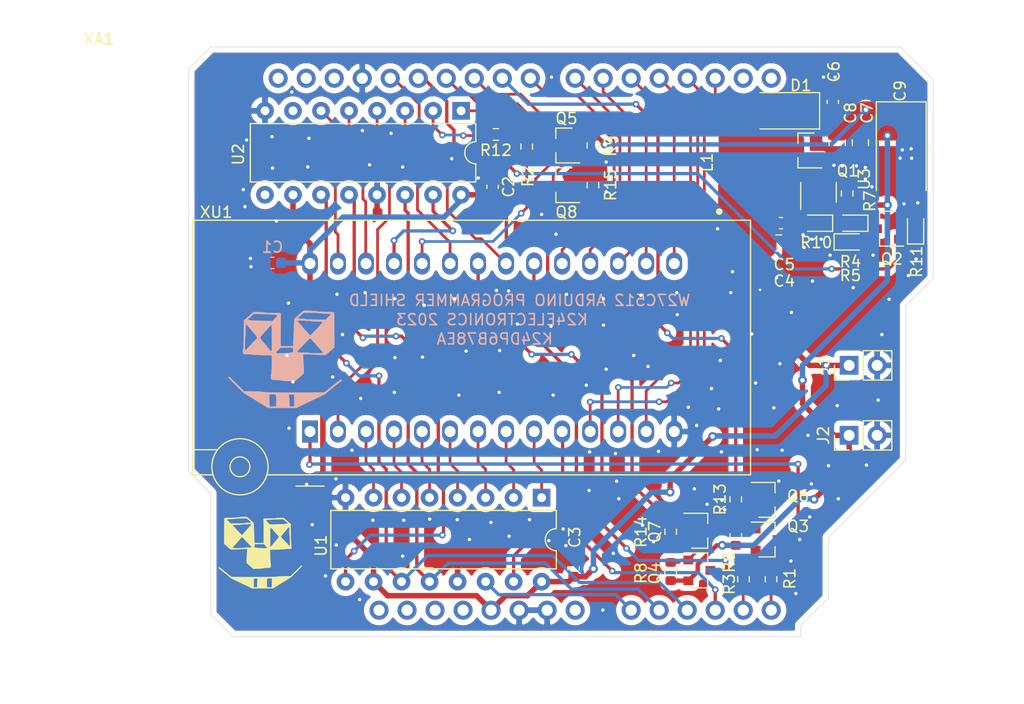
<source format=kicad_pcb>
(kicad_pcb (version 20171130) (host pcbnew "(5.1.9)-1")
  (layers (0 F.Cu signal) (31 B.Cu signal) (34 B.Paste user) (35 F.Paste user) (36 B.SilkS user) (37 F.SilkS user) (38 B.Mask user) (39 F.Mask user) (44 Edge.Cuts user))
  (net 0 "")
  (net 1 GND)
  (net 2 +5V)
  (net 3 +12V)
  (net 4 "Net-(D1-Pad2)")
  (net 5 "Net-(Q1-Pad1)")
  (net 6 "Net-(Q2-Pad3)")
  (net 7 /FB14EN)
  (net 8 "Net-(Q3-Pad3)")
  (net 9 "Net-(Q3-Pad1)")
  (net 10 /\OE)
  (net 11 "Net-(Q4-Pad1)")
  (net 12 "Net-(Q5-Pad3)")
  (net 13 "Net-(Q5-Pad1)")
  (net 14 "Net-(Q6-Pad1)")
  (net 15 "Net-(Q7-Pad1)")
  (net 16 "Net-(Q8-Pad1)")
  (net 17 "Net-(R1-Pad2)")
  (net 18 "Net-(R2-Pad2)")
  (net 19 "Net-(R3-Pad2)")
  (net 20 "Net-(R10-Pad1)")
  (net 21 "Net-(R7-Pad1)")
  (net 22 "Net-(R12-Pad2)")
  (net 23 "Net-(U1-Pad15)")
  (net 24 "Net-(U1-Pad7)")
  (net 25 "Net-(U1-Pad14)")
  (net 26 "Net-(U1-Pad6)")
  (net 27 "Net-(U1-Pad5)")
  (net 28 "Net-(U1-Pad12)")
  (net 29 "Net-(U1-Pad4)")
  (net 30 "Net-(U1-Pad11)")
  (net 31 "Net-(U1-Pad3)")
  (net 32 "Net-(U1-Pad2)")
  (net 33 "Net-(U1-Pad9)")
  (net 34 "Net-(U1-Pad1)")
  (net 35 "Net-(U2-Pad15)")
  (net 36 "Net-(U2-Pad7)")
  (net 37 "Net-(U2-Pad6)")
  (net 38 "Net-(U2-Pad5)")
  (net 39 "Net-(U2-Pad4)")
  (net 40 "Net-(U2-Pad3)")
  (net 41 "Net-(U2-Pad9)")
  (net 42 "Net-(XA1-PadMISO)")
  (net 43 /\CE)
  (net 44 "Net-(XA1-PadD13)")
  (net 45 "Net-(XA1-PadAREF)")
  (net 46 "Net-(XA1-PadSDA)")
  (net 47 "Net-(XA1-PadSCL)")
  (net 48 /D7)
  (net 49 /D6)
  (net 50 /D5)
  (net 51 /D4)
  (net 52 /D3)
  (net 53 /D2)
  (net 54 /D1)
  (net 55 /D0)
  (net 56 "Net-(XA1-PadD1)")
  (net 57 "Net-(XA1-PadD0)")
  (net 58 "Net-(XA1-PadIORF)")
  (net 59 "Net-(XA1-PadRST1)")
  (net 60 "Net-(XA1-Pad3V3)")
  (net 61 "Net-(XA1-PadVIN)")
  (net 62 "Net-(XA1-Pad5V2)")
  (net 63 "Net-(XA1-PadSCK)")
  (net 64 "Net-(XA1-PadMOSI)")
  (net 65 "Net-(XA1-PadGND4)")
  (net 66 "Net-(XA1-PadRST2)")
  (module K24LIB:logo_10 (layer F.Cu) (at 129.5 106)
    (fp_text reference G*** hide)
    (fp_text value LOGO hide)
  )
  (module K24LIB:logo_13 (layer B.Cu) (at 131.75 88.5 180)
    (fp_text reference E hide)
    (fp_text value LOGO hide)
  )
  (module arduino:Arduino_Uno_Shield (layer F.Cu) (at 112.32 113.65)
    (fp_text reference XA1 (at 2.54 -54.356) (layer F.SilkS))
    (fp_text value Arduino_Uno_Shield)
    (fp_text user . (at 62.484 -32.004) (layer F.SilkS))
    (pad A5 thru_hole oval (at 63.5 -2.54) (size 1.7272 1.7272) (drill 1.016) (layers *.Cu *.Mask) (net 17 "Net-(R1-Pad2)"))
    (pad A4 thru_hole oval (at 60.96 -2.54) (size 1.7272 1.7272) (drill 1.016) (layers *.Cu *.Mask) (net 19 "Net-(R3-Pad2)"))
    (pad A3 thru_hole oval (at 58.42 -2.54) (size 1.7272 1.7272) (drill 1.016) (layers *.Cu *.Mask) (net 43 /\CE))
    (pad A2 thru_hole oval (at 55.88 -2.54) (size 1.7272 1.7272) (drill 1.016) (layers *.Cu *.Mask) (net 30 "Net-(U1-Pad11)"))
    (pad A1 thru_hole oval (at 53.34 -2.54) (size 1.7272 1.7272) (drill 1.016) (layers *.Cu *.Mask) (net 28 "Net-(U1-Pad12)"))
    (pad "" thru_hole oval (at 27.94 -2.54) (size 1.7272 1.7272) (drill 1.016) (layers *.Cu *.Mask))
    (pad D11 thru_hole oval (at 34.036 -50.8) (size 1.7272 1.7272) (drill 1.016) (layers *.Cu *.Mask) (net 16 "Net-(Q8-Pad1)"))
    (pad D12 thru_hole oval (at 31.496 -50.8) (size 1.7272 1.7272) (drill 1.016) (layers *.Cu *.Mask) (net 15 "Net-(Q7-Pad1)"))
    (pad D13 thru_hole oval (at 28.956 -50.8) (size 1.7272 1.7272) (drill 1.016) (layers *.Cu *.Mask) (net 44 "Net-(XA1-PadD13)"))
    (pad AREF thru_hole oval (at 23.876 -50.8) (size 1.7272 1.7272) (drill 1.016) (layers *.Cu *.Mask) (net 45 "Net-(XA1-PadAREF)"))
    (pad SDA thru_hole oval (at 21.336 -50.8) (size 1.7272 1.7272) (drill 1.016) (layers *.Cu *.Mask) (net 46 "Net-(XA1-PadSDA)"))
    (pad SCL thru_hole oval (at 18.796 -50.8) (size 1.7272 1.7272) (drill 1.016) (layers *.Cu *.Mask) (net 47 "Net-(XA1-PadSCL)"))
    (pad D10 thru_hole oval (at 36.576 -50.8) (size 1.7272 1.7272) (drill 1.016) (layers *.Cu *.Mask) (net 48 /D7))
    (pad D9 thru_hole oval (at 39.116 -50.8) (size 1.7272 1.7272) (drill 1.016) (layers *.Cu *.Mask) (net 14 "Net-(Q6-Pad1)"))
    (pad D8 thru_hole oval (at 41.656 -50.8) (size 1.7272 1.7272) (drill 1.016) (layers *.Cu *.Mask) (net 49 /D6))
    (pad GND1 thru_hole oval (at 26.416 -50.8) (size 1.7272 1.7272) (drill 1.016) (layers *.Cu *.Mask) (net 1 GND))
    (pad D7 thru_hole oval (at 45.72 -50.8) (size 1.7272 1.7272) (drill 1.016) (layers *.Cu *.Mask) (net 50 /D5))
    (pad D6 thru_hole oval (at 48.26 -50.8) (size 1.7272 1.7272) (drill 1.016) (layers *.Cu *.Mask) (net 51 /D4))
    (pad D5 thru_hole oval (at 50.8 -50.8) (size 1.7272 1.7272) (drill 1.016) (layers *.Cu *.Mask) (net 52 /D3))
    (pad D4 thru_hole oval (at 53.34 -50.8) (size 1.7272 1.7272) (drill 1.016) (layers *.Cu *.Mask) (net 53 /D2))
    (pad D3 thru_hole oval (at 55.88 -50.8) (size 1.7272 1.7272) (drill 1.016) (layers *.Cu *.Mask) (net 54 /D1))
    (pad D2 thru_hole oval (at 58.42 -50.8) (size 1.7272 1.7272) (drill 1.016) (layers *.Cu *.Mask) (net 55 /D0))
    (pad D1 thru_hole oval (at 60.96 -50.8) (size 1.7272 1.7272) (drill 1.016) (layers *.Cu *.Mask) (net 56 "Net-(XA1-PadD1)"))
    (pad D0 thru_hole oval (at 63.5 -50.8) (size 1.7272 1.7272) (drill 1.016) (layers *.Cu *.Mask) (net 57 "Net-(XA1-PadD0)"))
    (pad IORF thru_hole oval (at 30.48 -2.54) (size 1.7272 1.7272) (drill 1.016) (layers *.Cu *.Mask) (net 58 "Net-(XA1-PadIORF)"))
    (pad RST1 thru_hole oval (at 33.02 -2.54) (size 1.7272 1.7272) (drill 1.016) (layers *.Cu *.Mask) (net 59 "Net-(XA1-PadRST1)"))
    (pad 3V3 thru_hole oval (at 35.56 -2.54) (size 1.7272 1.7272) (drill 1.016) (layers *.Cu *.Mask) (net 60 "Net-(XA1-Pad3V3)"))
    (pad 5V1 thru_hole oval (at 38.1 -2.54) (size 1.7272 1.7272) (drill 1.016) (layers *.Cu *.Mask) (net 2 +5V))
    (pad GND2 thru_hole oval (at 40.64 -2.54) (size 1.7272 1.7272) (drill 1.016) (layers *.Cu *.Mask) (net 1 GND))
    (pad GND3 thru_hole oval (at 43.18 -2.54) (size 1.7272 1.7272) (drill 1.016) (layers *.Cu *.Mask) (net 1 GND))
    (pad VIN thru_hole oval (at 45.72 -2.54) (size 1.7272 1.7272) (drill 1.016) (layers *.Cu *.Mask) (net 61 "Net-(XA1-PadVIN)"))
    (pad A0 thru_hole oval (at 50.8 -2.54) (size 1.7272 1.7272) (drill 1.016) (layers *.Cu *.Mask) (net 25 "Net-(U1-Pad14)"))
  )
  (module Capacitor_SMD:C_0603_1608Metric (layer F.Cu) (at 150.55 72.7 90)
    (fp_text reference C2 (at 0 1.45 90) (layer F.SilkS))
    (fp_text value C)
    (pad 2 smd roundrect (at 0.775 0 90) (size 0.9 0.95) (layers F.Cu F.Paste F.Mask) (net 1 GND))
    (pad 1 smd roundrect (at -0.775 0 90) (size 0.9 0.95) (layers F.Cu F.Paste F.Mask) (net 2 +5V))
  )
  (module Socket:DIP_Socket-28_W11.9_W12.7_W15.24_W17.78_W18.5_3M_228-1277-00-0602J (layer F.Cu) (at 134 94.9 90)
    (fp_text reference XU1 (at 19.9 -8.5 180) (layer F.SilkS))
    (fp_text value 27C512)
    (pad 15 thru_hole oval (at 15.24 33.02 90) (size 2 1.44) (drill 1) (layers *.Cu *.Mask) (net 52 /D3))
    (pad 14 thru_hole oval (at 0 33.02 90) (size 2 1.44) (drill 1) (layers *.Cu *.Mask) (net 1 GND))
    (pad 16 thru_hole oval (at 15.24 30.48 90) (size 2 1.44) (drill 1) (layers *.Cu *.Mask) (net 51 /D4))
    (pad 13 thru_hole oval (at 0 30.48 90) (size 2 1.44) (drill 1) (layers *.Cu *.Mask) (net 53 /D2))
    (pad 17 thru_hole oval (at 15.24 27.94 90) (size 2 1.44) (drill 1) (layers *.Cu *.Mask) (net 50 /D5))
    (pad 12 thru_hole oval (at 0 27.94 90) (size 2 1.44) (drill 1) (layers *.Cu *.Mask) (net 54 /D1))
    (pad 18 thru_hole oval (at 15.24 25.4 90) (size 2 1.44) (drill 1) (layers *.Cu *.Mask) (net 49 /D6))
    (pad 11 thru_hole oval (at 0 25.4 90) (size 2 1.44) (drill 1) (layers *.Cu *.Mask) (net 55 /D0))
    (pad 19 thru_hole oval (at 15.24 22.86 90) (size 2 1.44) (drill 1) (layers *.Cu *.Mask) (net 48 /D7))
    (pad 10 thru_hole oval (at 0 22.86 90) (size 2 1.44) (drill 1) (layers *.Cu *.Mask) (net 23 "Net-(U1-Pad15)"))
    (pad 20 thru_hole oval (at 15.24 20.32 90) (size 2 1.44) (drill 1) (layers *.Cu *.Mask) (net 43 /\CE))
    (pad 9 thru_hole oval (at 0 20.32 90) (size 2 1.44) (drill 1) (layers *.Cu *.Mask) (net 34 "Net-(U1-Pad1)"))
    (pad 21 thru_hole oval (at 15.24 17.78 90) (size 2 1.44) (drill 1) (layers *.Cu *.Mask) (net 44 "Net-(XA1-PadD13)"))
    (pad 8 thru_hole oval (at 0 17.78 90) (size 2 1.44) (drill 1) (layers *.Cu *.Mask) (net 32 "Net-(U1-Pad2)"))
    (pad 22 thru_hole oval (at 15.24 15.24 90) (size 2 1.44) (drill 1) (layers *.Cu *.Mask) (net 10 /\OE))
    (pad 7 thru_hole oval (at 0 15.24 90) (size 2 1.44) (drill 1) (layers *.Cu *.Mask) (net 31 "Net-(U1-Pad3)"))
    (pad 23 thru_hole oval (at 15.24 12.7 90) (size 2 1.44) (drill 1) (layers *.Cu *.Mask) (net 40 "Net-(U2-Pad3)"))
    (pad 6 thru_hole oval (at 0 12.7 90) (size 2 1.44) (drill 1) (layers *.Cu *.Mask) (net 29 "Net-(U1-Pad4)"))
    (pad 24 thru_hole oval (at 15.24 10.16 90) (size 2 1.44) (drill 1) (layers *.Cu *.Mask) (net 12 "Net-(Q5-Pad3)"))
    (pad 5 thru_hole oval (at 0 10.16 90) (size 2 1.44) (drill 1) (layers *.Cu *.Mask) (net 27 "Net-(U1-Pad5)"))
    (pad 25 thru_hole oval (at 15.24 7.62 90) (size 2 1.44) (drill 1) (layers *.Cu *.Mask) (net 35 "Net-(U2-Pad15)"))
    (pad 4 thru_hole oval (at 0 7.62 90) (size 2 1.44) (drill 1) (layers *.Cu *.Mask) (net 26 "Net-(U1-Pad6)"))
    (pad 26 thru_hole oval (at 15.24 5.08 90) (size 2 1.44) (drill 1) (layers *.Cu *.Mask) (net 38 "Net-(U2-Pad5)"))
    (pad 3 thru_hole oval (at 0 5.08 90) (size 2 1.44) (drill 1) (layers *.Cu *.Mask) (net 24 "Net-(U1-Pad7)"))
    (pad 27 thru_hole oval (at 15.24 2.54 90) (size 2 1.44) (drill 1) (layers *.Cu *.Mask) (net 37 "Net-(U2-Pad6)"))
    (pad 2 thru_hole oval (at 0 2.54 90) (size 2 1.44) (drill 1) (layers *.Cu *.Mask) (net 39 "Net-(U2-Pad4)"))
    (pad 28 thru_hole oval (at 15.24 0 90) (size 2 1.44) (drill 1) (layers *.Cu *.Mask) (net 2 +5V))
    (pad 1 thru_hole rect (at 0 0 90) (size 2 1.44) (drill 1) (layers *.Cu *.Mask) (net 8 "Net-(Q3-Pad3)"))
  )
  (module Package_TO_SOT_SMD:SOT-23-6 (layer F.Cu) (at 180.1 73.2 90)
    (fp_text reference U3 (at 1.2 4.15 90) (layer F.SilkS))
    (fp_text value MAX1522EUT+T)
    (pad 5 smd rect (at 1.1 0 90) (size 1.06 0.65) (layers F.Cu F.Paste F.Mask) (net 5 "Net-(Q1-Pad1)"))
    (pad 6 smd rect (at 1.1 -0.95 90) (size 1.06 0.65) (layers F.Cu F.Paste F.Mask) (net 2 +5V))
    (pad 4 smd rect (at 1.1 0.95 90) (size 1.06 0.65) (layers F.Cu F.Paste F.Mask) (net 21 "Net-(R7-Pad1)"))
    (pad 3 smd rect (at -1.1 0.95 90) (size 1.06 0.65) (layers F.Cu F.Paste F.Mask) (net 2 +5V))
    (pad 2 smd rect (at -1.1 0 90) (size 1.06 0.65) (layers F.Cu F.Paste F.Mask) (net 20 "Net-(R10-Pad1)"))
    (pad 1 smd rect (at -1.1 -0.95 90) (size 1.06 0.65) (layers F.Cu F.Paste F.Mask) (net 1 GND))
  )
  (module Package_DIP:DIP-16_W7.62mm (layer F.Cu) (at 147.7 65.8 270)
    (fp_text reference U2 (at 3.95 20.2 90) (layer F.SilkS))
    (fp_text value 74HC595)
    (pad 16 thru_hole oval (at 7.62 0 270) (size 1.6 1.6) (drill 0.8) (layers *.Cu *.Mask) (net 2 +5V))
    (pad 8 thru_hole oval (at 0 17.78 270) (size 1.6 1.6) (drill 0.8) (layers *.Cu *.Mask) (net 1 GND))
    (pad 15 thru_hole oval (at 7.62 2.54 270) (size 1.6 1.6) (drill 0.8) (layers *.Cu *.Mask) (net 35 "Net-(U2-Pad15)"))
    (pad 7 thru_hole oval (at 0 15.24 270) (size 1.6 1.6) (drill 0.8) (layers *.Cu *.Mask) (net 36 "Net-(U2-Pad7)"))
    (pad 14 thru_hole oval (at 7.62 5.08 270) (size 1.6 1.6) (drill 0.8) (layers *.Cu *.Mask) (net 33 "Net-(U1-Pad9)"))
    (pad 6 thru_hole oval (at 0 12.7 270) (size 1.6 1.6) (drill 0.8) (layers *.Cu *.Mask) (net 37 "Net-(U2-Pad6)"))
    (pad 13 thru_hole oval (at 7.62 7.62 270) (size 1.6 1.6) (drill 0.8) (layers *.Cu *.Mask) (net 1 GND))
    (pad 5 thru_hole oval (at 0 10.16 270) (size 1.6 1.6) (drill 0.8) (layers *.Cu *.Mask) (net 38 "Net-(U2-Pad5)"))
    (pad 12 thru_hole oval (at 7.62 10.16 270) (size 1.6 1.6) (drill 0.8) (layers *.Cu *.Mask) (net 28 "Net-(U1-Pad12)"))
    (pad 4 thru_hole oval (at 0 7.62 270) (size 1.6 1.6) (drill 0.8) (layers *.Cu *.Mask) (net 39 "Net-(U2-Pad4)"))
    (pad 11 thru_hole oval (at 7.62 12.7 270) (size 1.6 1.6) (drill 0.8) (layers *.Cu *.Mask) (net 30 "Net-(U1-Pad11)"))
    (pad 3 thru_hole oval (at 0 5.08 270) (size 1.6 1.6) (drill 0.8) (layers *.Cu *.Mask) (net 40 "Net-(U2-Pad3)"))
    (pad 10 thru_hole oval (at 7.62 15.24 270) (size 1.6 1.6) (drill 0.8) (layers *.Cu *.Mask) (net 2 +5V))
    (pad 2 thru_hole oval (at 0 2.54 270) (size 1.6 1.6) (drill 0.8) (layers *.Cu *.Mask) (net 22 "Net-(R12-Pad2)"))
    (pad 9 thru_hole oval (at 7.62 17.78 270) (size 1.6 1.6) (drill 0.8) (layers *.Cu *.Mask) (net 41 "Net-(U2-Pad9)"))
    (pad 1 thru_hole rect (at 0 0 270) (size 1.6 1.6) (drill 0.8) (layers *.Cu *.Mask) (net 18 "Net-(R2-Pad2)"))
  )
  (module Package_DIP:DIP-16_W7.62mm (layer F.Cu) (at 155 100.9 270)
    (fp_text reference U1 (at 4.35 20 90) (layer F.SilkS))
    (fp_text value 74HC595)
    (pad 16 thru_hole oval (at 7.62 0 270) (size 1.6 1.6) (drill 0.8) (layers *.Cu *.Mask) (net 2 +5V))
    (pad 8 thru_hole oval (at 0 17.78 270) (size 1.6 1.6) (drill 0.8) (layers *.Cu *.Mask) (net 1 GND))
    (pad 15 thru_hole oval (at 7.62 2.54 270) (size 1.6 1.6) (drill 0.8) (layers *.Cu *.Mask) (net 23 "Net-(U1-Pad15)"))
    (pad 7 thru_hole oval (at 0 15.24 270) (size 1.6 1.6) (drill 0.8) (layers *.Cu *.Mask) (net 24 "Net-(U1-Pad7)"))
    (pad 14 thru_hole oval (at 7.62 5.08 270) (size 1.6 1.6) (drill 0.8) (layers *.Cu *.Mask) (net 25 "Net-(U1-Pad14)"))
    (pad 6 thru_hole oval (at 0 12.7 270) (size 1.6 1.6) (drill 0.8) (layers *.Cu *.Mask) (net 26 "Net-(U1-Pad6)"))
    (pad 13 thru_hole oval (at 7.62 7.62 270) (size 1.6 1.6) (drill 0.8) (layers *.Cu *.Mask) (net 1 GND))
    (pad 5 thru_hole oval (at 0 10.16 270) (size 1.6 1.6) (drill 0.8) (layers *.Cu *.Mask) (net 27 "Net-(U1-Pad5)"))
    (pad 12 thru_hole oval (at 7.62 10.16 270) (size 1.6 1.6) (drill 0.8) (layers *.Cu *.Mask) (net 28 "Net-(U1-Pad12)"))
    (pad 4 thru_hole oval (at 0 7.62 270) (size 1.6 1.6) (drill 0.8) (layers *.Cu *.Mask) (net 29 "Net-(U1-Pad4)"))
    (pad 11 thru_hole oval (at 7.62 12.7 270) (size 1.6 1.6) (drill 0.8) (layers *.Cu *.Mask) (net 30 "Net-(U1-Pad11)"))
    (pad 3 thru_hole oval (at 0 5.08 270) (size 1.6 1.6) (drill 0.8) (layers *.Cu *.Mask) (net 31 "Net-(U1-Pad3)"))
    (pad 10 thru_hole oval (at 7.62 15.24 270) (size 1.6 1.6) (drill 0.8) (layers *.Cu *.Mask) (net 2 +5V))
    (pad 2 thru_hole oval (at 0 2.54 270) (size 1.6 1.6) (drill 0.8) (layers *.Cu *.Mask) (net 32 "Net-(U1-Pad2)"))
    (pad 9 thru_hole oval (at 7.62 17.78 270) (size 1.6 1.6) (drill 0.8) (layers *.Cu *.Mask) (net 33 "Net-(U1-Pad9)"))
    (pad 1 thru_hole rect (at 0 0 270) (size 1.6 1.6) (drill 0.8) (layers *.Cu *.Mask) (net 34 "Net-(U1-Pad1)"))
  )
  (module Resistor_SMD:R_0603_1608Metric (layer F.Cu) (at 159.65 72.55 270)
    (fp_text reference R15 (at 0 -1.6 90) (layer F.SilkS))
    (fp_text value 10k)
    (pad 2 smd roundrect (at 0.825 0 270) (size 0.8 0.95) (layers F.Cu F.Paste F.Mask) (net 16 "Net-(Q8-Pad1)"))
    (pad 1 smd roundrect (at -0.825 0 270) (size 0.8 0.95) (layers F.Cu F.Paste F.Mask) (net 1 GND))
  )
  (module Resistor_SMD:R_0603_1608Metric (layer F.Cu) (at 166.7 104 90)
    (fp_text reference R14 (at 0 -2.7 90) (layer F.SilkS))
    (fp_text value 10k)
    (pad 2 smd roundrect (at 0.825 0 90) (size 0.8 0.95) (layers F.Cu F.Paste F.Mask) (net 15 "Net-(Q7-Pad1)"))
    (pad 1 smd roundrect (at -0.825 0 90) (size 0.8 0.95) (layers F.Cu F.Paste F.Mask) (net 1 GND))
  )
  (module Resistor_SMD:R_0603_1608Metric (layer F.Cu) (at 172.6 101.05 90)
    (fp_text reference R13 (at 0 -1.43 90) (layer F.SilkS))
    (fp_text value 10k)
    (pad 2 smd roundrect (at 0.825 0 90) (size 0.8 0.95) (layers F.Cu F.Paste F.Mask) (net 14 "Net-(Q6-Pad1)"))
    (pad 1 smd roundrect (at -0.825 0 90) (size 0.8 0.95) (layers F.Cu F.Paste F.Mask) (net 1 GND))
  )
  (module Resistor_SMD:R_0603_1608Metric (layer F.Cu) (at 150.85 67.95 180)
    (fp_text reference R12 (at 0 -1.43) (layer F.SilkS))
    (fp_text value 0R)
    (pad 2 smd roundrect (at 0.825 0 180) (size 0.8 0.95) (layers F.Cu F.Paste F.Mask) (net 22 "Net-(R12-Pad2)"))
    (pad 1 smd roundrect (at -0.825 0 180) (size 0.8 0.95) (layers F.Cu F.Paste F.Mask) (net 7 /FB14EN))
  )
  (module LED_SMD:LED_0603_1608Metric (layer F.Cu) (at 188.9 76.4 90)
    (fp_text reference R11 (at -3.1 0.1 90) (layer F.SilkS))
    (fp_text value 10k)
    (pad 2 smd roundrect (at 0.7875 0 90) (size 0.875 0.95) (layers F.Cu F.Paste F.Mask) (net 1 GND))
    (pad 1 smd roundrect (at -0.7875 0 90) (size 0.875 0.95) (layers F.Cu F.Paste F.Mask) (net 7 /FB14EN))
  )
  (module LED_SMD:LED_0603_1608Metric (layer F.Cu) (at 179.9 76 180)
    (fp_text reference R10 (at 0 -1.75) (layer F.SilkS))
    (fp_text value 15k)
    (pad 2 smd roundrect (at 0.7875 0 180) (size 0.875 0.95) (layers F.Cu F.Paste F.Mask) (net 1 GND))
    (pad 1 smd roundrect (at -0.7875 0 180) (size 0.875 0.95) (layers F.Cu F.Paste F.Mask) (net 20 "Net-(R10-Pad1)"))
  )
  (module Resistor_SMD:R_0603_1608Metric (layer F.Cu) (at 159.65 68.95 90)
    (fp_text reference R9 (at -0.05 1.6 90) (layer F.SilkS))
    (fp_text value 10k)
    (pad 2 smd roundrect (at 0.825 0 90) (size 0.8 0.95) (layers F.Cu F.Paste F.Mask) (net 3 +12V))
    (pad 1 smd roundrect (at -0.825 0 90) (size 0.8 0.95) (layers F.Cu F.Paste F.Mask) (net 13 "Net-(Q5-Pad1)"))
  )
  (module Resistor_SMD:R_0603_1608Metric (layer F.Cu) (at 166.7 107.6 270)
    (fp_text reference R8 (at 0.15 2.7 90) (layer F.SilkS))
    (fp_text value 10k)
    (pad 2 smd roundrect (at 0.825 0 270) (size 0.8 0.95) (layers F.Cu F.Paste F.Mask) (net 3 +12V))
    (pad 1 smd roundrect (at -0.825 0 270) (size 0.8 0.95) (layers F.Cu F.Paste F.Mask) (net 11 "Net-(Q4-Pad1)"))
  )
  (module Resistor_SMD:R_0603_1608Metric (layer F.Cu) (at 182.7 73.3 270)
    (fp_text reference R7 (at 0.7 -2.05 90) (layer F.SilkS))
    (fp_text value 1k)
    (pad 2 smd roundrect (at 0.825 0 270) (size 0.8 0.95) (layers F.Cu F.Paste F.Mask) (net 2 +5V))
    (pad 1 smd roundrect (at -0.825 0 270) (size 0.8 0.95) (layers F.Cu F.Paste F.Mask) (net 21 "Net-(R7-Pad1)"))
  )
  (module Resistor_SMD:R_0603_1608Metric (layer F.Cu) (at 172.6 104.4 270)
    (fp_text reference R6 (at 2.35 0.6 90) (layer F.SilkS))
    (fp_text value 10k)
    (pad 2 smd roundrect (at 0.825 0 270) (size 0.8 0.95) (layers F.Cu F.Paste F.Mask) (net 3 +12V))
    (pad 1 smd roundrect (at -0.825 0 270) (size 0.8 0.95) (layers F.Cu F.Paste F.Mask) (net 9 "Net-(Q3-Pad1)"))
  )
  (module LED_SMD:LED_0603_1608Metric (layer F.Cu) (at 183 77.7)
    (fp_text reference R5 (at 0 3.05) (layer F.SilkS))
    (fp_text value 82k)
    (pad 2 smd roundrect (at 0.7875 0) (size 0.875 0.95) (layers F.Cu F.Paste F.Mask) (net 6 "Net-(Q2-Pad3)"))
    (pad 1 smd roundrect (at -0.7875 0) (size 0.875 0.95) (layers F.Cu F.Paste F.Mask) (net 20 "Net-(R10-Pad1)"))
  )
  (module LED_SMD:LED_0603_1608Metric (layer F.Cu) (at 183.1 76 180)
    (fp_text reference R4 (at 0.1 -3.5) (layer F.SilkS))
    (fp_text value 130k)
    (pad 2 smd roundrect (at 0.7875 0 180) (size 0.875 0.95) (layers F.Cu F.Paste F.Mask) (net 20 "Net-(R10-Pad1)"))
    (pad 1 smd roundrect (at -0.7875 0 180) (size 0.875 0.95) (layers F.Cu F.Paste F.Mask) (net 3 +12V))
  )
  (module Resistor_SMD:R_0603_1608Metric (layer F.Cu) (at 173.3 108.3 270)
    (fp_text reference R3 (at 0.45 1.3 90) (layer F.SilkS))
    (fp_text value 1k)
    (pad 2 smd roundrect (at 0.825 0 270) (size 0.8 0.95) (layers F.Cu F.Paste F.Mask) (net 19 "Net-(R3-Pad2)"))
    (pad 1 smd roundrect (at -0.825 0 270) (size 0.8 0.95) (layers F.Cu F.Paste F.Mask) (net 10 /\OE))
  )
  (module Resistor_SMD:R_0603_1608Metric (layer F.Cu) (at 153.65 69.05 90)
    (fp_text reference R2 (at -2.7 0.1 90) (layer F.SilkS))
    (fp_text value 1k)
    (pad 2 smd roundrect (at 0.825 0 90) (size 0.8 0.95) (layers F.Cu F.Paste F.Mask) (net 18 "Net-(R2-Pad2)"))
    (pad 1 smd roundrect (at -0.825 0 90) (size 0.8 0.95) (layers F.Cu F.Paste F.Mask) (net 12 "Net-(Q5-Pad3)"))
  )
  (module Resistor_SMD:R_0603_1608Metric (layer F.Cu) (at 175.8 108.3 270)
    (fp_text reference R1 (at -0.05 -1.7 90) (layer F.SilkS))
    (fp_text value 1k)
    (pad 2 smd roundrect (at 0.825 0 270) (size 0.8 0.95) (layers F.Cu F.Paste F.Mask) (net 17 "Net-(R1-Pad2)"))
    (pad 1 smd roundrect (at -0.825 0 270) (size 0.8 0.95) (layers F.Cu F.Paste F.Mask) (net 8 "Net-(Q3-Pad3)"))
  )
  (module Package_TO_SOT_SMD:SOT-23 (layer F.Cu) (at 157.05 72.55 180)
    (fp_text reference Q8 (at -0.2 -2.45) (layer F.SilkS))
    (fp_text value AO3400A)
    (pad 3 smd rect (at 1 0 180) (size 0.9 0.8) (layers F.Cu F.Paste F.Mask) (net 13 "Net-(Q5-Pad1)"))
    (pad 2 smd rect (at -1 0.95 180) (size 0.9 0.8) (layers F.Cu F.Paste F.Mask) (net 1 GND))
    (pad 1 smd rect (at -1 -0.95 180) (size 0.9 0.8) (layers F.Cu F.Paste F.Mask) (net 16 "Net-(Q8-Pad1)"))
  )
  (module Package_TO_SOT_SMD:SOT-23 (layer F.Cu) (at 169.3 103.9)
    (fp_text reference Q7 (at -4.05 0.1 90) (layer F.SilkS))
    (fp_text value AO3400A)
    (pad 3 smd rect (at 1 0) (size 0.9 0.8) (layers F.Cu F.Paste F.Mask) (net 11 "Net-(Q4-Pad1)"))
    (pad 2 smd rect (at -1 0.95) (size 0.9 0.8) (layers F.Cu F.Paste F.Mask) (net 1 GND))
    (pad 1 smd rect (at -1 -0.95) (size 0.9 0.8) (layers F.Cu F.Paste F.Mask) (net 15 "Net-(Q7-Pad1)"))
  )
  (module Package_TO_SOT_SMD:SOT-23 (layer F.Cu) (at 175.4 101.1)
    (fp_text reference Q6 (at 2.85 -0.35) (layer F.SilkS))
    (fp_text value AO3400A)
    (pad 3 smd rect (at 1 0) (size 0.9 0.8) (layers F.Cu F.Paste F.Mask) (net 9 "Net-(Q3-Pad1)"))
    (pad 2 smd rect (at -1 0.95) (size 0.9 0.8) (layers F.Cu F.Paste F.Mask) (net 1 GND))
    (pad 1 smd rect (at -1 -0.95) (size 0.9 0.8) (layers F.Cu F.Paste F.Mask) (net 14 "Net-(Q6-Pad1)"))
  )
  (module Package_TO_SOT_SMD:SOT-23 (layer F.Cu) (at 157.05 68.95 180)
    (fp_text reference Q5 (at -0.2 2.45) (layer F.SilkS))
    (fp_text value AO3401A)
    (pad 3 smd rect (at 1 0 180) (size 0.9 0.8) (layers F.Cu F.Paste F.Mask) (net 12 "Net-(Q5-Pad3)"))
    (pad 2 smd rect (at -1 0.95 180) (size 0.9 0.8) (layers F.Cu F.Paste F.Mask) (net 3 +12V))
    (pad 1 smd rect (at -1 -0.95 180) (size 0.9 0.8) (layers F.Cu F.Paste F.Mask) (net 13 "Net-(Q5-Pad1)"))
  )
  (module Package_TO_SOT_SMD:SOT-23 (layer F.Cu) (at 169.3 107.5)
    (fp_text reference Q4 (at -4.05 0.25 90) (layer F.SilkS))
    (fp_text value AO3401A)
    (pad 3 smd rect (at 1 0) (size 0.9 0.8) (layers F.Cu F.Paste F.Mask) (net 10 /\OE))
    (pad 2 smd rect (at -1 0.95) (size 0.9 0.8) (layers F.Cu F.Paste F.Mask) (net 3 +12V))
    (pad 1 smd rect (at -1 -0.95) (size 0.9 0.8) (layers F.Cu F.Paste F.Mask) (net 11 "Net-(Q4-Pad1)"))
  )
  (module Package_TO_SOT_SMD:SOT-23 (layer F.Cu) (at 175.4 104.7)
    (fp_text reference Q3 (at 2.85 -1.2) (layer F.SilkS))
    (fp_text value AO3401A)
    (pad 3 smd rect (at 1 0) (size 0.9 0.8) (layers F.Cu F.Paste F.Mask) (net 8 "Net-(Q3-Pad3)"))
    (pad 2 smd rect (at -1 0.95) (size 0.9 0.8) (layers F.Cu F.Paste F.Mask) (net 3 +12V))
    (pad 1 smd rect (at -1 -0.95) (size 0.9 0.8) (layers F.Cu F.Paste F.Mask) (net 9 "Net-(Q3-Pad1)"))
  )
  (module Package_TO_SOT_SMD:SOT-23 (layer F.Cu) (at 186.4 76.5 180)
    (fp_text reference Q2 (at -0.35 -2.75) (layer F.SilkS))
    (fp_text value AO3400A)
    (pad 3 smd rect (at 1 0 180) (size 0.9 0.8) (layers F.Cu F.Paste F.Mask) (net 6 "Net-(Q2-Pad3)"))
    (pad 2 smd rect (at -1 0.95 180) (size 0.9 0.8) (layers F.Cu F.Paste F.Mask) (net 1 GND))
    (pad 1 smd rect (at -1 -0.95 180) (size 0.9 0.8) (layers F.Cu F.Paste F.Mask) (net 7 /FB14EN))
  )
  (module Package_TO_SOT_SMD:SOT-23 (layer F.Cu) (at 179 69.4 180)
    (fp_text reference Q1 (at -3.75 -1.85) (layer F.SilkS))
    (fp_text value AO3400A)
    (pad 3 smd rect (at 1 0 180) (size 0.9 0.8) (layers F.Cu F.Paste F.Mask) (net 4 "Net-(D1-Pad2)"))
    (pad 2 smd rect (at -1 0.95 180) (size 0.9 0.8) (layers F.Cu F.Paste F.Mask) (net 1 GND))
    (pad 1 smd rect (at -1 -0.95 180) (size 0.9 0.8) (layers F.Cu F.Paste F.Mask) (net 5 "Net-(Q1-Pad1)"))
  )
  (module K24LIB:WE_LQS_6028 (layer F.Cu) (at 174.2 71.4 90)
    (fp_text reference L1 (at 0.9 -4.2 90) (layer F.SilkS))
    (fp_text value L)
    (pad 2 smd rect (at 2.3 0 90) (size 1.8 5.7) (layers F.Cu F.Paste F.Mask) (net 4 "Net-(D1-Pad2)"))
    (pad 1 smd rect (at -2.3 0 90) (size 1.8 5.7) (layers F.Cu F.Paste F.Mask) (net 2 +5V))
  )
  (module Connector_PinHeader_2.54mm:PinHeader_1x02_P2.54mm_Vertical (layer F.Cu) (at 182.88 95.25 90)
    (fp_text reference J2 (at 0 -2.33 90) (layer F.SilkS))
    (fp_text value Conn_01x02_Male)
    (pad 2 thru_hole oval (at 0 2.54 90) (size 1.7 1.7) (drill 1) (layers *.Cu *.Mask) (net 1 GND))
    (pad 1 thru_hole rect (at 0 0 90) (size 1.7 1.7) (drill 1) (layers *.Cu *.Mask) (net 3 +12V))
  )
  (module Connector_PinHeader_2.54mm:PinHeader_1x02_P2.54mm_Vertical (layer F.Cu) (at 182.88 88.9 90)
    (fp_text reference J1 (at 0 -2.33 90) (layer F.SilkS))
    (fp_text value Conn_01x02_Male)
    (pad 2 thru_hole oval (at 0 2.54 90) (size 1.7 1.7) (drill 1) (layers *.Cu *.Mask) (net 1 GND))
    (pad 1 thru_hole rect (at 0 0 90) (size 1.7 1.7) (drill 1) (layers *.Cu *.Mask) (net 2 +5V))
  )
  (module Diode_SMD:D_SMA (layer F.Cu) (at 176.8 65.8 180)
    (fp_text reference D1 (at -1.7 2.3) (layer F.SilkS))
    (fp_text value D_Schottky)
    (pad 2 smd rect (at 2 0 180) (size 2.5 1.8) (layers F.Cu F.Paste F.Mask) (net 4 "Net-(D1-Pad2)"))
    (pad 1 smd rect (at -2 0 180) (size 2.5 1.8) (layers F.Cu F.Paste F.Mask) (net 3 +12V))
  )
  (module Capacitor_Tantalum_SMD:CP_EIA-7343-30_AVX-N (layer F.Cu) (at 187.6 69.4 270)
    (fp_text reference C9 (at -5.4 0.1 90) (layer F.SilkS))
    (fp_text value CP)
    (pad 2 smd roundrect (at 3.1125 0 270) (size 2.075 2.55) (layers F.Cu F.Paste F.Mask) (roundrect_rratio 0.1204819277108434) (net 1 GND))
    (pad 1 smd roundrect (at -3.1125 0 270) (size 2.075 2.55) (layers F.Cu F.Paste F.Mask) (roundrect_rratio 0.1204819277108434) (net 3 +12V))
  )
  (module Capacitor_SMD:C_0805_2012Metric (layer F.Cu) (at 181.8 68.7 90)
    (fp_text reference C8 (at 2.7 1.2 90) (layer F.SilkS))
    (fp_text value C)
    (pad 2 smd roundrect (at 0.95 0 90) (size 1 1.45) (layers F.Cu F.Paste F.Mask) (net 3 +12V))
    (pad 1 smd roundrect (at -0.95 0 90) (size 1 1.45) (layers F.Cu F.Paste F.Mask) (net 1 GND))
  )
  (module Capacitor_SMD:C_0805_2012Metric (layer F.Cu) (at 183.9 68.7 90)
    (fp_text reference C7 (at 2.7 0.6 90) (layer F.SilkS))
    (fp_text value C)
    (pad 2 smd roundrect (at 0.95 0 90) (size 1 1.45) (layers F.Cu F.Paste F.Mask) (net 3 +12V))
    (pad 1 smd roundrect (at -0.95 0 90) (size 1 1.45) (layers F.Cu F.Paste F.Mask) (net 1 GND))
  )
  (module Capacitor_SMD:C_0603_1608Metric (layer F.Cu) (at 181.4 65 270)
    (fp_text reference C6 (at -2.75 -0.1 90) (layer F.SilkS))
    (fp_text value C)
    (pad 2 smd roundrect (at 0.775 0 270) (size 0.9 0.95) (layers F.Cu F.Paste F.Mask) (net 3 +12V))
    (pad 1 smd roundrect (at -0.775 0 270) (size 0.9 0.95) (layers F.Cu F.Paste F.Mask) (net 1 GND))
  )
  (module Capacitor_SMD:C_0603_1608Metric (layer F.Cu) (at 176.7 76)
    (fp_text reference C5 (at 0.3 3.75) (layer F.SilkS))
    (fp_text value C)
    (pad 2 smd roundrect (at 0.775 0) (size 0.9 0.95) (layers F.Cu F.Paste F.Mask) (net 1 GND))
    (pad 1 smd roundrect (at -0.775 0) (size 0.9 0.95) (layers F.Cu F.Paste F.Mask) (net 2 +5V))
  )
  (module Capacitor_SMD:C_0805_2012Metric (layer F.Cu) (at 176.5 77.8)
    (fp_text reference C4 (at 0.5 3.45) (layer F.SilkS))
    (fp_text value C)
    (pad 2 smd roundrect (at 0.95 0) (size 1 1.45) (layers F.Cu F.Paste F.Mask) (net 1 GND))
    (pad 1 smd roundrect (at -0.95 0) (size 1 1.45) (layers F.Cu F.Paste F.Mask) (net 2 +5V))
  )
  (module Capacitor_SMD:C_0603_1608Metric (layer F.Cu) (at 157.9 107.3 90)
    (fp_text reference C3 (at 2.8 0.1 90) (layer F.SilkS))
    (fp_text value C)
    (pad 2 smd roundrect (at 0.775 0 90) (size 0.9 0.95) (layers F.Cu F.Paste F.Mask) (net 1 GND))
    (pad 1 smd roundrect (at -0.775 0 90) (size 0.9 0.95) (layers F.Cu F.Paste F.Mask) (net 2 +5V))
  )
  (module Capacitor_SMD:C_0603_1608Metric (layer B.Cu) (at 130.6 79.6 180)
    (fp_text reference C1 (at 0 1.43 180) (layer B.SilkS) (effects (justify mirror)))
    (fp_text value C)
    (pad 2 smd roundrect (at 0.775 0 180) (size 0.9 0.95) (layers B.Cu B.Paste B.Mask) (net 1 GND))
    (pad 1 smd roundrect (at -0.775 0 180) (size 0.9 0.95) (layers B.Cu B.Paste B.Mask) (net 2 +5V))
  )
  (gr_text K24DP6B78EA (at 150.75 86.5) (layer B.SilkS) (effects (font (size 1 1)) (justify mirror)))
  (gr_text "K24ELECTRONICS 2023\n" (at 150.5 84.75) (layer B.SilkS) (effects (font (size 1 1)) (justify mirror)))
  (gr_text "W27C512 ARDUINO PROGRAMMER SHIELD" (at 153 83) (layer B.SilkS) (effects (font (size 1 1)) (justify mirror)))
  (gr_line (start 178.5 112.5) (end 181 110) (layer Edge.Cuts) (width 0.05))
  (gr_line (start 178.5 113.5) (end 178.5 112.5) (layer Edge.Cuts) (width 0.05))
  (gr_line (start 125 111.5) (end 127 113.5) (layer Edge.Cuts) (width 0.05))
  (gr_line (start 125 60) (end 123 62) (layer Edge.Cuts) (width 0.05))
  (gr_line (start 187.5 60) (end 125 60) (layer Edge.Cuts) (width 0.05))
  (gr_line (start 190.5 63) (end 187.5 60) (layer Edge.Cuts) (width 0.05))
  (gr_line (start 190.5 64.5) (end 190.5 63) (layer Edge.Cuts) (width 0.05))
  (gr_line (start 190.5 81) (end 190.5 64.5) (layer Edge.Cuts) (width 0.05))
  (gr_line (start 188 83.5) (end 190.5 81) (layer Edge.Cuts) (width 0.05))
  (gr_line (start 188 97.5) (end 188 83.5) (layer Edge.Cuts) (width 0.05))
  (gr_line (start 181 104.5) (end 188 97.5) (layer Edge.Cuts) (width 0.05))
  (gr_line (start 181 110) (end 181 104.5) (layer Edge.Cuts) (width 0.05))
  (gr_line (start 127 113.5) (end 178.5 113.5) (layer Edge.Cuts) (width 0.05))
  (gr_line (start 125 100.5) (end 125 111.5) (layer Edge.Cuts) (width 0.05))
  (gr_line (start 123 98.5) (end 125 100.5) (layer Edge.Cuts) (width 0.05))
  (gr_line (start 123 93) (end 123 98.5) (layer Edge.Cuts) (width 0.05))
  (gr_line (start 123 62) (end 123 93) (layer Edge.Cuts) (width 0.05))
  (segment (start 188.8375 75.55) (end 188.9 75.6125) (width 0.4) (layer F.Cu) (net 1))
  (segment (start 187.4 75.55) (end 188.8375 75.55) (width 0.4) (layer F.Cu) (net 1))
  (via (at 156.95 103.75) (size 0.6) (drill 0.3) (layers F.Cu B.Cu) (net 1))
  (via (at 157.2 105.25) (size 0.6) (drill 0.3) (layers F.Cu B.Cu) (net 1))
  (via (at 155.65 104.8) (size 0.6) (drill 0.3) (layers F.Cu B.Cu) (net 1))
  (via (at 153.9 102.9) (size 0.6) (drill 0.3) (layers F.Cu B.Cu) (net 1))
  (via (at 152.05 104.4) (size 0.6) (drill 0.3) (layers F.Cu B.Cu) (net 1))
  (via (at 147.35 102.9) (size 0.6) (drill 0.3) (layers F.Cu B.Cu) (net 1))
  (via (at 148.45 104.7) (size 0.6) (drill 0.3) (layers F.Cu B.Cu) (net 1))
  (via (at 150.4 103.15) (size 0.6) (drill 0.3) (layers F.Cu B.Cu) (net 1))
  (via (at 144.85 102.85) (size 0.6) (drill 0.3) (layers F.Cu B.Cu) (net 1))
  (via (at 139.7 102.95) (size 0.6) (drill 0.3) (layers F.Cu B.Cu) (net 1))
  (via (at 142.5 102.95) (size 0.6) (drill 0.3) (layers F.Cu B.Cu) (net 1))
  (via (at 142.4 106.2) (size 0.6) (drill 0.3) (layers F.Cu B.Cu) (net 1))
  (via (at 137.8 96.6) (size 0.6) (drill 0.3) (layers F.Cu B.Cu) (net 1))
  (via (at 136.35 99.2) (size 0.6) (drill 0.3) (layers F.Cu B.Cu) (net 1))
  (via (at 136.4 105.2) (size 0.6) (drill 0.3) (layers F.Cu B.Cu) (net 1))
  (via (at 133.7 99.7) (size 0.6) (drill 0.3) (layers F.Cu B.Cu) (net 1))
  (via (at 138.5 110.15) (size 0.6) (drill 0.3) (layers F.Cu B.Cu) (net 1))
  (via (at 160.55 111.1) (size 0.6) (drill 0.3) (layers F.Cu B.Cu) (net 1))
  (via (at 165.15 104.9) (size 0.6) (drill 0.3) (layers F.Cu B.Cu) (net 1))
  (via (at 164.15 103.4) (size 0.6) (drill 0.3) (layers F.Cu B.Cu) (net 1))
  (via (at 162 101) (size 0.6) (drill 0.3) (layers F.Cu B.Cu) (net 1))
  (via (at 161.8 99.4) (size 0.6) (drill 0.3) (layers F.Cu B.Cu) (net 1))
  (via (at 159.3 100.25) (size 0.6) (drill 0.3) (layers F.Cu B.Cu) (net 1))
  (via (at 165.6 96.7) (size 0.6) (drill 0.3) (layers F.Cu B.Cu) (net 1))
  (via (at 169.05 94.35) (size 0.6) (drill 0.3) (layers F.Cu B.Cu) (net 1))
  (via (at 168.3 92.7) (size 0.6) (drill 0.3) (layers F.Cu B.Cu) (net 1))
  (via (at 171.2 88.45) (size 0.6) (drill 0.3) (layers F.Cu B.Cu) (net 1))
  (via (at 170.4 91) (size 0.6) (drill 0.3) (layers F.Cu B.Cu) (net 1))
  (via (at 171.05 92.85) (size 0.6) (drill 0.3) (layers F.Cu B.Cu) (net 1))
  (via (at 168.85 100.1) (size 0.6) (drill 0.3) (layers F.Cu B.Cu) (net 1))
  (via (at 170 101.5) (size 0.6) (drill 0.3) (layers F.Cu B.Cu) (net 1))
  (via (at 176.5 99.4) (size 0.6) (drill 0.3) (layers F.Cu B.Cu) (net 1))
  (via (at 171.3 96.75) (size 0.6) (drill 0.3) (layers F.Cu B.Cu) (net 1))
  (via (at 174.55 96.55) (size 0.6) (drill 0.3) (layers F.Cu B.Cu) (net 1))
  (via (at 176.8 96.6) (size 0.6) (drill 0.3) (layers F.Cu B.Cu) (net 1))
  (via (at 179.15 95.25) (size 0.6) (drill 0.3) (layers F.Cu B.Cu) (net 1))
  (via (at 181 98) (size 0.6) (drill 0.3) (layers F.Cu B.Cu) (net 1))
  (via (at 176.05 92.75) (size 0.6) (drill 0.3) (layers F.Cu B.Cu) (net 1))
  (via (at 174.4 90.5) (size 0.6) (drill 0.3) (layers F.Cu B.Cu) (net 1))
  (via (at 176.6 88.75) (size 0.6) (drill 0.3) (layers F.Cu B.Cu) (net 1))
  (via (at 174.05 86.05) (size 0.6) (drill 0.3) (layers F.Cu B.Cu) (net 1))
  (via (at 172.15 82.3) (size 0.6) (drill 0.3) (layers F.Cu B.Cu) (net 1))
  (via (at 172.3 80.4) (size 0.6) (drill 0.3) (layers F.Cu B.Cu) (net 1))
  (via (at 149.25 71.9) (size 0.6) (drill 0.3) (layers F.Cu B.Cu) (net 1))
  (via (at 146.85 70.15) (size 0.6) (drill 0.3) (layers F.Cu B.Cu) (net 1))
  (via (at 141.35 67.85) (size 0.6) (drill 0.3) (layers F.Cu B.Cu) (net 1))
  (via (at 142.4 70.9) (size 0.6) (drill 0.3) (layers F.Cu B.Cu) (net 1))
  (via (at 138.75 67.6) (size 0.6) (drill 0.3) (layers F.Cu B.Cu) (net 1))
  (via (at 139.4 70.7) (size 0.6) (drill 0.3) (layers F.Cu B.Cu) (net 1))
  (via (at 133.9 68.3) (size 0.6) (drill 0.3) (layers F.Cu B.Cu) (net 1))
  (via (at 133.8 70.9) (size 0.6) (drill 0.3) (layers F.Cu B.Cu) (net 1))
  (via (at 130.55 68.15) (size 0.6) (drill 0.3) (layers F.Cu B.Cu) (net 1))
  (via (at 130.6 71) (size 0.6) (drill 0.3) (layers F.Cu B.Cu) (net 1))
  (via (at 136.45 82.45) (size 0.6) (drill 0.3) (layers F.Cu B.Cu) (net 1))
  (via (at 136.95 86.1) (size 0.6) (drill 0.3) (layers F.Cu B.Cu) (net 1))
  (via (at 139 82.3) (size 0.6) (drill 0.3) (layers F.Cu B.Cu) (net 1))
  (via (at 141.7 82.85) (size 0.6) (drill 0.3) (layers F.Cu B.Cu) (net 1))
  (via (at 144.2 88.15) (size 0.6) (drill 0.3) (layers F.Cu B.Cu) (net 1))
  (via (at 141.7 88.2) (size 0.6) (drill 0.3) (layers F.Cu B.Cu) (net 1))
  (via (at 141.65 91.35) (size 0.6) (drill 0.3) (layers F.Cu B.Cu) (net 1))
  (via (at 138.6 91.9) (size 0.6) (drill 0.3) (layers F.Cu B.Cu) (net 1))
  (via (at 136.05 89.95) (size 0.6) (drill 0.3) (layers F.Cu B.Cu) (net 1))
  (via (at 147.5 91.6) (size 0.6) (drill 0.3) (layers F.Cu B.Cu) (net 1))
  (via (at 144.35 83.45) (size 0.6) (drill 0.3) (layers F.Cu B.Cu) (net 1))
  (via (at 147.1 82.85) (size 0.6) (drill 0.3) (layers F.Cu B.Cu) (net 1))
  (via (at 148.15 87.6) (size 0.6) (drill 0.3) (layers F.Cu B.Cu) (net 1))
  (via (at 151.15 91.35) (size 0.6) (drill 0.3) (layers F.Cu B.Cu) (net 1))
  (via (at 156.05 91.6) (size 0.6) (drill 0.3) (layers F.Cu B.Cu) (net 1))
  (via (at 151.2 87.55) (size 0.6) (drill 0.3) (layers F.Cu B.Cu) (net 1))
  (via (at 150.9 82.1) (size 0.6) (drill 0.3) (layers F.Cu B.Cu) (net 1))
  (via (at 152 82.15) (size 0.6) (drill 0.3) (layers F.Cu B.Cu) (net 1))
  (via (at 152.8 85.15) (size 0.6) (drill 0.3) (layers F.Cu B.Cu) (net 1))
  (via (at 155.85 85.35) (size 0.6) (drill 0.3) (layers F.Cu B.Cu) (net 1))
  (via (at 160.85 89.25) (size 0.6) (drill 0.3) (layers F.Cu B.Cu) (net 1))
  (via (at 159.05 90.7) (size 0.6) (drill 0.3) (layers F.Cu B.Cu) (net 1))
  (via (at 157.25 82.45) (size 0.6) (drill 0.3) (layers F.Cu B.Cu) (net 1))
  (via (at 160.6 82.85) (size 0.6) (drill 0.3) (layers F.Cu B.Cu) (net 1))
  (via (at 164 82.55) (size 0.6) (drill 0.3) (layers F.Cu B.Cu) (net 1))
  (via (at 160.6 85.25) (size 0.6) (drill 0.3) (layers F.Cu B.Cu) (net 1))
  (via (at 163.35 88) (size 0.6) (drill 0.3) (layers F.Cu B.Cu) (net 1))
  (via (at 164.65 89) (size 0.6) (drill 0.3) (layers F.Cu B.Cu) (net 1))
  (via (at 167.25 82.3) (size 0.6) (drill 0.3) (layers F.Cu B.Cu) (net 1))
  (via (at 167.3 84.3) (size 0.6) (drill 0.3) (layers F.Cu B.Cu) (net 1))
  (via (at 155 75.2) (size 0.6) (drill 0.3) (layers F.Cu B.Cu) (net 1))
  (via (at 156.3 77) (size 0.6) (drill 0.3) (layers F.Cu B.Cu) (net 1))
  (via (at 160.85 70.45) (size 0.6) (drill 0.3) (layers F.Cu B.Cu) (net 1))
  (via (at 160.85 73.15) (size 0.6) (drill 0.3) (layers F.Cu B.Cu) (net 1))
  (via (at 183.25 81.85) (size 0.6) (drill 0.3) (layers F.Cu B.Cu) (net 1))
  (via (at 177.65 84.1) (size 0.6) (drill 0.3) (layers F.Cu B.Cu) (net 1))
  (via (at 179.5 77.45) (size 0.6) (drill 0.3) (layers F.Cu B.Cu) (net 1))
  (via (at 181.5 70.75) (size 0.6) (drill 0.3) (layers F.Cu B.Cu) (net 1))
  (via (at 182.25 70.8) (size 0.6) (drill 0.3) (layers F.Cu B.Cu) (net 1))
  (via (at 183.55 70.8) (size 0.6) (drill 0.3) (layers F.Cu B.Cu) (net 1))
  (via (at 184.35 70.95) (size 0.6) (drill 0.3) (layers F.Cu B.Cu) (net 1))
  (via (at 187.85 74.25) (size 0.6) (drill 0.3) (layers F.Cu B.Cu) (net 1))
  (via (at 189.1 74.15) (size 0.6) (drill 0.3) (layers F.Cu B.Cu) (net 1))
  (via (at 180.55 62.75) (size 0.6) (drill 0.3) (layers F.Cu B.Cu) (net 1))
  (via (at 181.6 62.75) (size 0.6) (drill 0.3) (layers F.Cu B.Cu) (net 1))
  (via (at 184.95 72.7) (size 0.6) (drill 0.3) (layers F.Cu B.Cu) (net 1))
  (via (at 184.35 72) (size 0.6) (drill 0.3) (layers F.Cu B.Cu) (net 1))
  (via (at 187.5 70.1) (size 0.6) (drill 0.3) (layers F.Cu B.Cu) (net 1))
  (via (at 188.55 70.1) (size 0.6) (drill 0.3) (layers F.Cu B.Cu) (net 1))
  (via (at 187.7 69.35) (size 0.6) (drill 0.3) (layers F.Cu B.Cu) (net 1))
  (via (at 188.5 69.25) (size 0.6) (drill 0.3) (layers F.Cu B.Cu) (net 1))
  (via (at 161.5 105.95) (size 0.6) (drill 0.3) (layers F.Cu B.Cu) (net 1))
  (via (at 159.35 96.75) (size 0.6) (drill 0.3) (layers F.Cu B.Cu) (net 1))
  (via (at 161.7 96.9) (size 0.6) (drill 0.3) (layers F.Cu B.Cu) (net 1))
  (via (at 128.6 79.2) (size 0.6) (drill 0.3) (layers F.Cu B.Cu) (net 1))
  (via (at 128.65 79.95) (size 0.6) (drill 0.3) (layers F.Cu B.Cu) (net 1))
  (via (at 155.9 62.75) (size 0.6) (drill 0.3) (layers F.Cu B.Cu) (net 1))
  (via (at 171.6 102) (size 0.6) (drill 0.3) (layers F.Cu B.Cu) (net 1))
  (via (at 171.35 101.15) (size 0.6) (drill 0.3) (layers F.Cu B.Cu) (net 1))
  (via (at 179.45 99.65) (size 0.6) (drill 0.3) (layers F.Cu B.Cu) (net 1))
  (via (at 179.3 102.65) (size 0.6) (drill 0.3) (layers F.Cu B.Cu) (net 1))
  (via (at 181.9 101) (size 0.6) (drill 0.3) (layers F.Cu B.Cu) (net 1))
  (via (at 184.45 97.95) (size 0.6) (drill 0.3) (layers F.Cu B.Cu) (net 1))
  (via (at 178.4 104.7) (size 0.6) (drill 0.3) (layers F.Cu B.Cu) (net 1))
  (via (at 177.6 106.65) (size 0.6) (drill 0.3) (layers F.Cu B.Cu) (net 1))
  (via (at 178.05 109.6) (size 0.6) (drill 0.3) (layers F.Cu B.Cu) (net 1))
  (via (at 132.05 83.25) (size 0.6) (drill 0.3) (layers F.Cu B.Cu) (net 1))
  (via (at 131.9 88) (size 0.6) (drill 0.3) (layers F.Cu B.Cu) (net 1))
  (via (at 132.45 90.4) (size 0.6) (drill 0.3) (layers F.Cu B.Cu) (net 1))
  (via (at 130.95 75.8) (size 0.6) (drill 0.3) (layers F.Cu B.Cu) (net 1))
  (via (at 128.25 68.45) (size 0.6) (drill 0.3) (layers F.Cu B.Cu) (net 1))
  (via (at 127.95 72.95) (size 0.6) (drill 0.3) (layers F.Cu B.Cu) (net 1))
  (via (at 128.1 74.5) (size 0.6) (drill 0.3) (layers F.Cu B.Cu) (net 1))
  (via (at 135.4 108) (size 0.6) (drill 0.3) (layers F.Cu B.Cu) (net 1))
  (via (at 134.2 103.35) (size 0.6) (drill 0.3) (layers F.Cu B.Cu) (net 1))
  (via (at 132.1 94.6) (size 0.6) (drill 0.3) (layers F.Cu B.Cu) (net 1))
  (via (at 185.5 92.05) (size 0.6) (drill 0.3) (layers F.Cu B.Cu) (net 1))
  (via (at 181.8 92.55) (size 0.6) (drill 0.3) (layers F.Cu B.Cu) (net 1))
  (via (at 185.85 86.1) (size 0.6) (drill 0.3) (layers F.Cu B.Cu) (net 1))
  (via (at 186.5 82.9) (size 0.6) (drill 0.3) (layers F.Cu B.Cu) (net 1))
  (via (at 188.25 80.75) (size 0.6) (drill 0.3) (layers F.Cu B.Cu) (net 1))
  (via (at 188.95 79.25) (size 0.6) (drill 0.3) (layers F.Cu B.Cu) (net 1))
  (via (at 170.95 76.5) (size 0.6) (drill 0.3) (layers F.Cu B.Cu) (net 1))
  (via (at 132.35 64.1) (size 0.6) (drill 0.3) (layers F.Cu B.Cu) (net 1))
  (via (at 178.8 78.2) (size 0.6) (drill 0.3) (layers F.Cu B.Cu) (net 1))
  (via (at 180.35 77.45) (size 0.6) (drill 0.3) (layers F.Cu B.Cu) (net 1))
  (via (at 178.7 77.05) (size 0.6) (drill 0.3) (layers F.Cu B.Cu) (net 1))
  (via (at 185.05 78.9) (size 0.6) (drill 0.3) (layers F.Cu B.Cu) (net 1))
  (via (at 181.15 78.9) (size 0.6) (drill 0.3) (layers F.Cu B.Cu) (net 1))
  (via (at 179.55 81.25) (size 0.6) (drill 0.3) (layers F.Cu B.Cu) (net 1))
  (via (at 176.3 80.95) (size 0.6) (drill 0.3) (layers F.Cu B.Cu) (net 1))
  (segment (start 182.525 74.3) (end 182.7 74.125) (width 0.4) (layer F.Cu) (net 2))
  (segment (start 181.05 74.3) (end 182.525 74.3) (width 0.4) (layer F.Cu) (net 2))
  (segment (start 179.15 72.1) (end 179.15 72.75) (width 0.4) (layer F.Cu) (net 2))
  (segment (start 179.15 72.75) (end 179.55 73.15) (width 0.4) (layer F.Cu) (net 2))
  (segment (start 181.05 73.674998) (end 181.05 74.3) (width 0.4) (layer F.Cu) (net 2))
  (segment (start 180.525002 73.15) (end 181.05 73.674998) (width 0.4) (layer F.Cu) (net 2))
  (segment (start 179.55 73.15) (end 180.525002 73.15) (width 0.4) (layer F.Cu) (net 2))
  (segment (start 153.723601 109.796399) (end 155 108.52) (width 0.5) (layer F.Cu) (net 2))
  (segment (start 151.733601 109.796399) (end 153.723601 109.796399) (width 0.5) (layer F.Cu) (net 2))
  (segment (start 150.42 111.11) (end 151.733601 109.796399) (width 0.5) (layer F.Cu) (net 2))
  (segment (start 157.455 108.52) (end 157.9 108.075) (width 0.5) (layer F.Cu) (net 2))
  (segment (start 155 108.52) (end 157.455 108.52) (width 0.5) (layer F.Cu) (net 2))
  (segment (start 141.036399 109.796399) (end 139.76 108.52) (width 0.5) (layer F.Cu) (net 2))
  (segment (start 149.106399 109.796399) (end 141.036399 109.796399) (width 0.5) (layer F.Cu) (net 2))
  (segment (start 150.42 111.11) (end 149.106399 109.796399) (width 0.5) (layer F.Cu) (net 2))
  (segment (start 135.170001 101.809999) (end 135.170001 90.020001) (width 0.5) (layer F.Cu) (net 2))
  (segment (start 139.76 106.399998) (end 135.170001 101.809999) (width 0.5) (layer F.Cu) (net 2))
  (segment (start 139.76 108.52) (end 139.76 106.399998) (width 0.5) (layer F.Cu) (net 2))
  (segment (start 134 88.85) (end 134 79.66) (width 0.5) (layer F.Cu) (net 2))
  (segment (start 135.170001 90.020001) (end 134 88.85) (width 0.5) (layer F.Cu) (net 2))
  (segment (start 134 79.66) (end 134 77.85) (width 0.5) (layer F.Cu) (net 2))
  (segment (start 132.46 76.31) (end 132.46 73.42) (width 0.5) (layer F.Cu) (net 2))
  (segment (start 134 77.85) (end 132.46 76.31) (width 0.5) (layer F.Cu) (net 2))
  (segment (start 133.94 79.6) (end 134 79.66) (width 0.5) (layer B.Cu) (net 2))
  (segment (start 131.375 79.6) (end 133.94 79.6) (width 0.5) (layer B.Cu) (net 2))
  (segment (start 147.7 73.9) (end 147.7 73.42) (width 0.5) (layer B.Cu) (net 2))
  (segment (start 146.15 75.45) (end 147.7 73.9) (width 0.5) (layer B.Cu) (net 2))
  (segment (start 137 75.45) (end 146.15 75.45) (width 0.5) (layer B.Cu) (net 2))
  (segment (start 134 78.45) (end 137 75.45) (width 0.5) (layer B.Cu) (net 2))
  (segment (start 134 79.66) (end 134 78.45) (width 0.5) (layer B.Cu) (net 2))
  (segment (start 150.495 73.42) (end 150.55 73.475) (width 0.5) (layer F.Cu) (net 2))
  (segment (start 147.7 73.42) (end 150.495 73.42) (width 0.5) (layer F.Cu) (net 2))
  (segment (start 180.8 88.9) (end 182.88 88.9) (width 0.5) (layer F.Cu) (net 2))
  (via (at 180.8 88.9) (size 0.8) (drill 0.4) (layers F.Cu B.Cu) (net 2))
  (segment (start 180.8 88.9) (end 180.8 90.7) (width 0.5) (layer B.Cu) (net 2))
  (segment (start 180.8 90.7) (end 176.2 95.3) (width 0.5) (layer B.Cu) (net 2))
  (via (at 170.5 95.35) (size 0.8) (drill 0.4) (layers F.Cu B.Cu) (net 2))
  (segment (start 170.55 95.3) (end 170.5 95.35) (width 0.5) (layer B.Cu) (net 2))
  (segment (start 176.2 95.3) (end 170.55 95.3) (width 0.5) (layer B.Cu) (net 2))
  (segment (start 170.5 95.35) (end 166.65 99.2) (width 0.5) (layer F.Cu) (net 2))
  (via (at 166.65 100.4) (size 0.8) (drill 0.4) (layers F.Cu B.Cu) (net 2))
  (segment (start 166.65 99.2) (end 166.65 100.4) (width 0.5) (layer F.Cu) (net 2))
  (segment (start 166.65 100.4) (end 165 100.4) (width 0.5) (layer B.Cu) (net 2))
  (segment (start 165 100.4) (end 159.7 105.7) (width 0.5) (layer B.Cu) (net 2))
  (via (at 159.7 107.35) (size 0.8) (drill 0.4) (layers F.Cu B.Cu) (net 2))
  (segment (start 159.7 105.7) (end 159.7 107.35) (width 0.5) (layer B.Cu) (net 2))
  (segment (start 159.7 107.35) (end 159.35 107.7) (width 0.5) (layer F.Cu) (net 2))
  (segment (start 158.975 108.075) (end 159.35 107.7) (width 0.5) (layer F.Cu) (net 2))
  (segment (start 157.9 108.075) (end 158.975 108.075) (width 0.5) (layer F.Cu) (net 2))
  (segment (start 179.3 88.9) (end 180.8 88.9) (width 0.5) (layer F.Cu) (net 2))
  (segment (start 174.95 84.55) (end 179.3 88.9) (width 0.5) (layer F.Cu) (net 2))
  (segment (start 174.95 77.9) (end 174.95 84.55) (width 0.5) (layer F.Cu) (net 2))
  (segment (start 175.05 77.8) (end 174.95 77.9) (width 0.5) (layer F.Cu) (net 2))
  (segment (start 175.55 77.8) (end 175.05 77.8) (width 0.5) (layer F.Cu) (net 2))
  (segment (start 168.275 108.425) (end 168.3 108.45) (width 0.4) (layer F.Cu) (net 3))
  (segment (start 166.7 108.425) (end 168.275 108.425) (width 0.4) (layer F.Cu) (net 3))
  (segment (start 169.150001 107.599999) (end 169.150001 106.949999) (width 0.4) (layer F.Cu) (net 3))
  (segment (start 168.3 108.45) (end 169.150001 107.599999) (width 0.4) (layer F.Cu) (net 3))
  (segment (start 170.875 105.225) (end 171.375 105.225) (width 0.4) (layer F.Cu) (net 3))
  (segment (start 169.150001 106.949999) (end 170.875 105.225) (width 0.4) (layer F.Cu) (net 3))
  (segment (start 158.175 68.125) (end 158.05 68) (width 0.4) (layer F.Cu) (net 3))
  (segment (start 159.65 68.125) (end 158.175 68.125) (width 0.4) (layer F.Cu) (net 3))
  (via (at 184.4 65.7) (size 0.8) (drill 0.4) (layers F.Cu B.Cu) (net 3))
  (segment (start 184.4 65.7) (end 184.4 67.25) (width 0.4) (layer F.Cu) (net 3))
  (segment (start 160.025 68.125) (end 160.75 68.85) (width 0.4) (layer F.Cu) (net 3))
  (segment (start 181.25 68.85) (end 160.75 68.85) (width 0.4) (layer B.Cu) (net 3))
  (segment (start 184.4 65.7) (end 181.25 68.85) (width 0.4) (layer B.Cu) (net 3))
  (via (at 160.75 68.85) (size 0.8) (drill 0.4) (layers F.Cu B.Cu) (net 3))
  (segment (start 159.65 68.125) (end 160.025 68.125) (width 0.4) (layer F.Cu) (net 3))
  (segment (start 173.975 105.225) (end 172.6 105.225) (width 0.4) (layer F.Cu) (net 3))
  (segment (start 174.4 105.65) (end 173.975 105.225) (width 0.4) (layer F.Cu) (net 3))
  (segment (start 171.375 105.225) (end 171.375 105.225) (width 0.4) (layer F.Cu) (net 3))
  (segment (start 171.375 105.225) (end 174.225 105.225) (width 0.5) (layer B.Cu) (net 3))
  (segment (start 174.225 105.225) (end 178.45 101) (width 0.5) (layer B.Cu) (net 3))
  (via (at 179.7 101.05) (size 0.8) (drill 0.4) (layers F.Cu B.Cu) (net 3))
  (segment (start 179.65 101) (end 179.7 101.05) (width 0.5) (layer B.Cu) (net 3))
  (segment (start 178.45 101) (end 179.65 101) (width 0.5) (layer B.Cu) (net 3))
  (segment (start 182.88 97.87) (end 182.88 95.25) (width 0.5) (layer F.Cu) (net 3))
  (segment (start 179.7 101.05) (end 182.88 97.87) (width 0.5) (layer F.Cu) (net 3))
  (segment (start 171.375 105.225) (end 172.6 105.225) (width 0.4) (layer F.Cu) (net 3))
  (via (at 171.375 105.225) (size 0.8) (drill 0.4) (layers F.Cu B.Cu) (net 3))
  (segment (start 183.9 67.75) (end 184.4 67.25) (width 0.5) (layer F.Cu) (net 3))
  (segment (start 184.4 67.25) (end 184.5 67.35) (width 0.5) (layer F.Cu) (net 3))
  (segment (start 182.88 95.25) (end 181.53 95.25) (width 0.5) (layer F.Cu) (net 3))
  (segment (start 181.53 95.25) (end 178.65 92.37) (width 0.5) (layer F.Cu) (net 3))
  (segment (start 178.65 92.37) (end 178.65 90.25) (width 0.5) (layer F.Cu) (net 3))
  (via (at 178.65 90.25) (size 0.8) (drill 0.4) (layers F.Cu B.Cu) (net 3))
  (segment (start 186.35 68.05) (end 186.35 67.3) (width 0.25) (layer F.Cu) (net 3))
  (via (at 186.349992 68.05) (size 0.8) (drill 0.4) (layers F.Cu B.Cu) (net 3))
  (segment (start 186.349992 74.350008) (end 186.349992 68.05) (width 0.5) (layer B.Cu) (net 3))
  (via (at 186.349992 74.350008) (size 0.8) (drill 0.4) (layers F.Cu B.Cu) (net 3))
  (segment (start 183.8875 76) (end 183.8875 75.2625) (width 0.5) (layer F.Cu) (net 3))
  (segment (start 184.799992 74.350008) (end 186.349992 74.350008) (width 0.5) (layer F.Cu) (net 3))
  (segment (start 183.8875 75.2625) (end 184.799992 74.350008) (width 0.5) (layer F.Cu) (net 3))
  (segment (start 186.349992 81.200008) (end 186.349992 74.350008) (width 0.5) (layer B.Cu) (net 3))
  (segment (start 178.65 88.9) (end 186.349992 81.200008) (width 0.5) (layer B.Cu) (net 3))
  (segment (start 178.65 90.25) (end 178.65 88.9) (width 0.5) (layer B.Cu) (net 3))
  (segment (start 180.1 70.45) (end 180 70.35) (width 0.4) (layer F.Cu) (net 5))
  (segment (start 180.1 72.1) (end 180.1 70.45) (width 0.4) (layer F.Cu) (net 5))
  (segment (start 184.2 77.7) (end 185.4 76.5) (width 0.4) (layer F.Cu) (net 6))
  (segment (start 183.7875 77.7) (end 184.2 77.7) (width 0.4) (layer F.Cu) (net 6))
  (segment (start 188.6375 77.45) (end 188.9 77.1875) (width 0.4) (layer F.Cu) (net 7))
  (segment (start 187.4 77.45) (end 188.6375 77.45) (width 0.4) (layer F.Cu) (net 7))
  (segment (start 187.4 77.45) (end 187.4 79.2) (width 0.3) (layer F.Cu) (net 7))
  (via (at 181.3 80.15) (size 0.6) (drill 0.3) (layers F.Cu B.Cu) (net 7))
  (segment (start 186.45 80.15) (end 181.3 80.15) (width 0.3) (layer F.Cu) (net 7))
  (segment (start 187.4 79.2) (end 186.45 80.15) (width 0.3) (layer F.Cu) (net 7))
  (segment (start 151.675 70.425) (end 152.75 71.5) (width 0.3) (layer F.Cu) (net 7))
  (segment (start 151.675 67.95) (end 151.675 70.425) (width 0.3) (layer F.Cu) (net 7))
  (via (at 152.75 71.5) (size 0.6) (drill 0.3) (layers F.Cu B.Cu) (net 7))
  (segment (start 169.15 71.5) (end 152.75 71.5) (width 0.3) (layer B.Cu) (net 7))
  (segment (start 177.8 80.15) (end 169.15 71.5) (width 0.3) (layer B.Cu) (net 7))
  (segment (start 181.3 80.15) (end 177.8 80.15) (width 0.3) (layer B.Cu) (net 7))
  (segment (start 175.8 107.475) (end 175.8 106.25) (width 0.25) (layer F.Cu) (net 8))
  (segment (start 176.4 105.65) (end 176.4 104.4) (width 0.25) (layer F.Cu) (net 8))
  (segment (start 175.8 106.25) (end 176.4 105.65) (width 0.25) (layer F.Cu) (net 8))
  (segment (start 176.4 104.4) (end 176.45 104.4) (width 0.3) (layer F.Cu) (net 8))
  (segment (start 176.45 104.4) (end 178.25 102.6) (width 0.3) (layer F.Cu) (net 8))
  (via (at 178.25 97.85) (size 0.6) (drill 0.3) (layers F.Cu B.Cu) (net 8))
  (segment (start 178.25 102.6) (end 178.25 97.85) (width 0.3) (layer F.Cu) (net 8))
  (via (at 133.95 97.9) (size 0.6) (drill 0.3) (layers F.Cu B.Cu) (net 8))
  (segment (start 134 97.85) (end 133.95 97.9) (width 0.3) (layer F.Cu) (net 8))
  (segment (start 134 94.9) (end 134 97.85) (width 0.3) (layer F.Cu) (net 8))
  (segment (start 178.25 97.85) (end 134 97.85) (width 0.3) (layer B.Cu) (net 8))
  (segment (start 134 97.85) (end 133.95 97.9) (width 0.3) (layer B.Cu) (net 8))
  (segment (start 174.75 103.45) (end 176.4 101.8) (width 0.25) (layer F.Cu) (net 9))
  (segment (start 174.4 103.45) (end 174.75 103.45) (width 0.25) (layer F.Cu) (net 9))
  (segment (start 174.1 103.75) (end 174.4 103.45) (width 0.25) (layer F.Cu) (net 9))
  (segment (start 176.4 101.8) (end 176.4 101.1) (width 0.25) (layer F.Cu) (net 9))
  (segment (start 172.775 103.75) (end 174.1 103.75) (width 0.25) (layer F.Cu) (net 9))
  (segment (start 172.6 103.575) (end 172.775 103.75) (width 0.25) (layer F.Cu) (net 9))
  (segment (start 170.325 107.475) (end 170.3 107.5) (width 0.25) (layer F.Cu) (net 10))
  (via (at 171.65 106.6) (size 0.6) (drill 0.3) (layers F.Cu B.Cu) (net 10))
  (segment (start 171.775 106.725) (end 171.65 106.6) (width 0.3) (layer F.Cu) (net 10))
  (segment (start 171.775 107.475) (end 171.775 106.725) (width 0.3) (layer F.Cu) (net 10))
  (segment (start 173.3 107.475) (end 171.775 107.475) (width 0.25) (layer F.Cu) (net 10))
  (segment (start 171.775 107.475) (end 170.325 107.475) (width 0.25) (layer F.Cu) (net 10))
  (via (at 157.7 87.9) (size 0.6) (drill 0.3) (layers F.Cu B.Cu) (net 10))
  (via (at 154.1 87.9) (size 0.6) (drill 0.3) (layers F.Cu B.Cu) (net 10))
  (segment (start 157.7 87.9) (end 154.1 87.9) (width 0.3) (layer B.Cu) (net 10))
  (segment (start 149.24 83.04) (end 149.24 79.66) (width 0.3) (layer F.Cu) (net 10))
  (segment (start 154.1 87.9) (end 149.24 83.04) (width 0.3) (layer F.Cu) (net 10))
  (via (at 162.7 105.5) (size 0.6) (drill 0.3) (layers F.Cu B.Cu) (net 10))
  (segment (start 171.65 106.6) (end 163.8 106.6) (width 0.3) (layer B.Cu) (net 10))
  (segment (start 160.47001 103.27001) (end 162.7 105.5) (width 0.3) (layer F.Cu) (net 10))
  (segment (start 163.8 106.6) (end 162.7 105.5) (width 0.3) (layer B.Cu) (net 10))
  (segment (start 157.7 87.9) (end 160.47001 90.67001) (width 0.3) (layer F.Cu) (net 10))
  (segment (start 160.47001 90.67001) (end 160.47001 103.27001) (width 0.3) (layer F.Cu) (net 10))
  (segment (start 170.3 104.55) (end 170.3 103.9) (width 0.25) (layer F.Cu) (net 11))
  (segment (start 168.3 106.55) (end 170.3 104.55) (width 0.25) (layer F.Cu) (net 11))
  (segment (start 167.65 106.55) (end 168.3 106.55) (width 0.25) (layer F.Cu) (net 11))
  (segment (start 167.425 106.775) (end 167.65 106.55) (width 0.25) (layer F.Cu) (net 11))
  (segment (start 166.7 106.775) (end 167.425 106.775) (width 0.25) (layer F.Cu) (net 11))
  (segment (start 155.125 69.875) (end 156.05 68.95) (width 0.25) (layer F.Cu) (net 12))
  (segment (start 153.65 69.875) (end 155.125 69.875) (width 0.25) (layer F.Cu) (net 12))
  (via (at 153.15 75.099998) (size 0.6) (drill 0.3) (layers F.Cu B.Cu) (net 12))
  (segment (start 153.65 69.875) (end 153.65 74.599998) (width 0.25) (layer F.Cu) (net 12))
  (segment (start 153.65 74.599998) (end 153.15 75.099998) (width 0.25) (layer F.Cu) (net 12))
  (via (at 144.16 77.66) (size 0.6) (drill 0.3) (layers F.Cu B.Cu) (net 12))
  (segment (start 144.16 79.66) (end 144.16 77.66) (width 0.25) (layer F.Cu) (net 12))
  (segment (start 153.15 75.099998) (end 150.589998 77.66) (width 0.25) (layer B.Cu) (net 12))
  (segment (start 150.589998 77.66) (end 144.16 77.66) (width 0.25) (layer B.Cu) (net 12))
  (segment (start 156.05 72.55) (end 156.05 71.65) (width 0.25) (layer F.Cu) (net 13))
  (segment (start 157.8 69.9) (end 158.05 69.9) (width 0.25) (layer F.Cu) (net 13))
  (segment (start 156.05 71.65) (end 157.8 69.9) (width 0.25) (layer F.Cu) (net 13))
  (segment (start 159.525 69.9) (end 159.65 69.775) (width 0.25) (layer F.Cu) (net 13))
  (segment (start 158.05 69.9) (end 159.525 69.9) (width 0.25) (layer F.Cu) (net 13))
  (via (at 171.3 86.45) (size 0.6) (drill 0.3) (layers F.Cu B.Cu) (net 14))
  (via (at 166.4 85.95) (size 0.6) (drill 0.3) (layers F.Cu B.Cu) (net 14))
  (segment (start 171.3 86.45) (end 166.9 86.45) (width 0.3) (layer B.Cu) (net 14))
  (segment (start 166.9 86.45) (end 166.4 85.95) (width 0.3) (layer B.Cu) (net 14))
  (segment (start 153.786 65.2) (end 163.55 65.2) (width 0.3) (layer B.Cu) (net 14))
  (via (at 163.55 65.2) (size 0.6) (drill 0.3) (layers F.Cu B.Cu) (net 14))
  (segment (start 151.436 62.85) (end 153.786 65.2) (width 0.3) (layer B.Cu) (net 14))
  (segment (start 166.4 85.95) (end 165.55 85.1) (width 0.3) (layer F.Cu) (net 14))
  (segment (start 165.55 85.1) (end 165.55 67.2) (width 0.3) (layer F.Cu) (net 14))
  (segment (start 165.55 67.2) (end 163.55 65.2) (width 0.3) (layer F.Cu) (net 14))
  (segment (start 172.6 87.75) (end 171.3 86.45) (width 0.3) (layer F.Cu) (net 14))
  (segment (start 172.6 99.875) (end 172.6 87.75) (width 0.3) (layer F.Cu) (net 14))
  (segment (start 172.6 100.15) (end 172.6 99.875) (width 0.25) (layer F.Cu) (net 14))
  (segment (start 174.4 100.15) (end 172.6 100.15) (width 0.25) (layer F.Cu) (net 14))
  (segment (start 167.65 102.95) (end 168.3 102.95) (width 0.25) (layer F.Cu) (net 15))
  (segment (start 167.425 103.175) (end 167.65 102.95) (width 0.25) (layer F.Cu) (net 15))
  (segment (start 166.7 103.175) (end 167.425 103.175) (width 0.25) (layer F.Cu) (net 15))
  (segment (start 144.3 62.85) (end 143.816 62.85) (width 0.3) (layer F.Cu) (net 15))
  (segment (start 146.4 64.95) (end 144.3 62.85) (width 0.3) (layer F.Cu) (net 15))
  (segment (start 146.4 66.9) (end 146.4 64.95) (width 0.3) (layer F.Cu) (net 15))
  (segment (start 166.7 103.175) (end 163.2 99.675) (width 0.3) (layer F.Cu) (net 15))
  (segment (start 149.05 70.8) (end 147.05 68.8) (width 0.3) (layer F.Cu) (net 15))
  (segment (start 163.2 99.675) (end 163.2 90.3) (width 0.3) (layer F.Cu) (net 15))
  (segment (start 163.2 90.3) (end 155.55 82.65) (width 0.3) (layer F.Cu) (net 15))
  (segment (start 155.55 82.65) (end 155.55 78.45) (width 0.3) (layer F.Cu) (net 15))
  (segment (start 155.55 78.45) (end 155 77.9) (width 0.3) (layer F.Cu) (net 15))
  (segment (start 155 77.9) (end 152.35 77.9) (width 0.3) (layer F.Cu) (net 15))
  (segment (start 151.1 70.8) (end 149.05 70.8) (width 0.3) (layer F.Cu) (net 15))
  (segment (start 152.35 77.9) (end 151.8 77.35) (width 0.3) (layer F.Cu) (net 15))
  (segment (start 151.8 71.5) (end 151.1 70.8) (width 0.3) (layer F.Cu) (net 15))
  (segment (start 151.8 77.35) (end 151.8 71.5) (width 0.3) (layer F.Cu) (net 15))
  (segment (start 147.05 68.8) (end 147.05 67.55) (width 0.3) (layer F.Cu) (net 15))
  (segment (start 147.05 67.55) (end 146.4 66.9) (width 0.3) (layer F.Cu) (net 15))
  (segment (start 159.525 73.5) (end 159.65 73.375) (width 0.25) (layer F.Cu) (net 16))
  (segment (start 158.05 73.5) (end 159.525 73.5) (width 0.25) (layer F.Cu) (net 16))
  (segment (start 157 69.435002) (end 154.45 71.985002) (width 0.25) (layer F.Cu) (net 16))
  (segment (start 155.3 73.5) (end 158.05 73.5) (width 0.25) (layer F.Cu) (net 16))
  (segment (start 157 68.5) (end 157 69.435002) (width 0.25) (layer F.Cu) (net 16))
  (segment (start 156.35 67.85) (end 157 68.5) (width 0.25) (layer F.Cu) (net 16))
  (segment (start 155.5 67.85) (end 156.35 67.85) (width 0.25) (layer F.Cu) (net 16))
  (segment (start 154.45 71.985002) (end 154.45 72.65) (width 0.25) (layer F.Cu) (net 16))
  (segment (start 152.8 65.15) (end 155.5 67.85) (width 0.25) (layer F.Cu) (net 16))
  (segment (start 148.435002 64.35) (end 149.235002 65.15) (width 0.25) (layer F.Cu) (net 16))
  (segment (start 147.856 64.35) (end 148.435002 64.35) (width 0.25) (layer F.Cu) (net 16))
  (segment (start 154.45 72.65) (end 155.3 73.5) (width 0.25) (layer F.Cu) (net 16))
  (segment (start 149.235002 65.15) (end 152.8 65.15) (width 0.25) (layer F.Cu) (net 16))
  (segment (start 146.356 62.85) (end 147.856 64.35) (width 0.25) (layer F.Cu) (net 16))
  (segment (start 175.8 111.09) (end 175.82 111.11) (width 0.25) (layer F.Cu) (net 17))
  (segment (start 175.8 109.125) (end 175.8 111.09) (width 0.25) (layer F.Cu) (net 17))
  (segment (start 153.65 67.55) (end 153.65 68.225) (width 0.25) (layer F.Cu) (net 18))
  (segment (start 151.9 65.8) (end 153.65 67.55) (width 0.25) (layer F.Cu) (net 18))
  (segment (start 147.7 65.8) (end 151.9 65.8) (width 0.25) (layer F.Cu) (net 18))
  (segment (start 173.28 109.145) (end 173.3 109.125) (width 0.25) (layer F.Cu) (net 19))
  (segment (start 173.28 111.11) (end 173.28 109.145) (width 0.25) (layer F.Cu) (net 19))
  (segment (start 180.1 75.4125) (end 180.6875 76) (width 0.4) (layer F.Cu) (net 20))
  (segment (start 180.1 74.3) (end 180.1 75.4125) (width 0.4) (layer F.Cu) (net 20))
  (segment (start 180.6875 76) (end 182.3125 76) (width 0.4) (layer F.Cu) (net 20))
  (segment (start 182.3125 76) (end 182.3125 76.6375) (width 0.4) (layer F.Cu) (net 20))
  (segment (start 182.2125 76.7375) (end 182.2125 77.7) (width 0.4) (layer F.Cu) (net 20))
  (segment (start 182.3125 76.6375) (end 182.2125 76.7375) (width 0.4) (layer F.Cu) (net 20))
  (segment (start 182.325 72.1) (end 182.7 72.475) (width 0.4) (layer F.Cu) (net 21))
  (segment (start 181.05 72.1) (end 182.325 72.1) (width 0.4) (layer F.Cu) (net 21))
  (segment (start 145.16 65.8) (end 145.16 67.16) (width 0.25) (layer F.Cu) (net 22))
  (segment (start 145.16 67.16) (end 146 68) (width 0.25) (layer F.Cu) (net 22))
  (segment (start 147.85 68) (end 147.9 68.05) (width 0.25) (layer B.Cu) (net 22))
  (segment (start 146 68) (end 147.85 68) (width 0.25) (layer B.Cu) (net 22))
  (segment (start 149.925 68.05) (end 150.025 67.95) (width 0.25) (layer F.Cu) (net 22))
  (segment (start 147.9 68.05) (end 147.9 68.05) (width 0.25) (layer F.Cu) (net 22))
  (segment (start 146 68) (end 146 68) (width 0.25) (layer F.Cu) (net 22))
  (via (at 146 68) (size 0.6) (drill 0.3) (layers F.Cu B.Cu) (net 22))
  (segment (start 147.9 68.05) (end 149.925 68.05) (width 0.25) (layer F.Cu) (net 22))
  (via (at 147.9 68.05) (size 0.6) (drill 0.3) (layers F.Cu B.Cu) (net 22))
  (segment (start 156.9 94.94) (end 156.86 94.9) (width 0.3) (layer F.Cu) (net 23))
  (segment (start 156.9 101.75) (end 156.9 94.94) (width 0.3) (layer F.Cu) (net 23))
  (segment (start 152.46 106.19) (end 156.9 101.75) (width 0.3) (layer F.Cu) (net 23))
  (segment (start 152.46 108.52) (end 152.46 106.19) (width 0.3) (layer F.Cu) (net 23))
  (segment (start 139.76 100.3) (end 139.76 98.36) (width 0.25) (layer F.Cu) (net 24))
  (segment (start 139.08 97.68) (end 139.08 94.6) (width 0.25) (layer F.Cu) (net 24))
  (segment (start 139.76 98.36) (end 139.08 97.68) (width 0.25) (layer F.Cu) (net 24))
  (segment (start 163.12 111.11) (end 161.71 109.7) (width 0.3) (layer B.Cu) (net 25))
  (segment (start 151.1 109.7) (end 149.92 108.52) (width 0.3) (layer B.Cu) (net 25))
  (segment (start 161.71 109.7) (end 151.1 109.7) (width 0.3) (layer B.Cu) (net 25))
  (segment (start 142.3 100.3) (end 142.3 98.6) (width 0.25) (layer F.Cu) (net 26))
  (segment (start 141.62 97.92) (end 141.62 94.6) (width 0.25) (layer F.Cu) (net 26))
  (segment (start 142.3 98.6) (end 141.62 97.92) (width 0.25) (layer F.Cu) (net 26))
  (segment (start 144.16 97.66) (end 144.16 94.6) (width 0.25) (layer F.Cu) (net 27))
  (segment (start 144.85 98.35) (end 144.16 97.66) (width 0.25) (layer F.Cu) (net 27))
  (segment (start 144.84 98.36) (end 144.85 98.35) (width 0.25) (layer F.Cu) (net 27))
  (segment (start 144.84 100.3) (end 144.84 98.36) (width 0.25) (layer F.Cu) (net 27))
  (via (at 141.8 86.25) (size 0.6) (drill 0.3) (layers F.Cu B.Cu) (net 28))
  (via (at 138.8 86.4) (size 0.6) (drill 0.3) (layers F.Cu B.Cu) (net 28))
  (segment (start 138.95 86.25) (end 138.8 86.4) (width 0.3) (layer B.Cu) (net 28))
  (segment (start 141.8 86.25) (end 138.95 86.25) (width 0.3) (layer B.Cu) (net 28))
  (segment (start 138.00999 73.88999) (end 137.54 73.42) (width 0.3) (layer F.Cu) (net 28))
  (segment (start 138.00999 85.60999) (end 138.00999 73.88999) (width 0.3) (layer F.Cu) (net 28))
  (segment (start 138.8 86.4) (end 138.00999 85.60999) (width 0.3) (layer F.Cu) (net 28))
  (segment (start 165.66 111.11) (end 163.74999 109.19999) (width 0.3) (layer B.Cu) (net 28))
  (segment (start 163.74999 109.19999) (end 157.69999 109.19999) (width 0.3) (layer B.Cu) (net 28))
  (segment (start 157.69999 109.19999) (end 155.35 106.85) (width 0.3) (layer B.Cu) (net 28))
  (segment (start 146.51 106.85) (end 144.84 108.52) (width 0.3) (layer B.Cu) (net 28))
  (segment (start 155.35 106.85) (end 146.51 106.85) (width 0.3) (layer B.Cu) (net 28))
  (segment (start 142.9 86.85) (end 142.3 86.25) (width 0.3) (layer F.Cu) (net 28))
  (segment (start 142.9 97.85) (end 142.9 86.85) (width 0.3) (layer F.Cu) (net 28))
  (segment (start 143.68499 98.63499) (end 142.9 97.85) (width 0.3) (layer F.Cu) (net 28))
  (segment (start 142.3 86.25) (end 141.8 86.25) (width 0.3) (layer F.Cu) (net 28))
  (segment (start 143.68499 107.36499) (end 143.68499 98.63499) (width 0.3) (layer F.Cu) (net 28))
  (segment (start 144.84 108.52) (end 143.68499 107.36499) (width 0.3) (layer F.Cu) (net 28))
  (segment (start 147.38 100.3) (end 147.38 98.48) (width 0.25) (layer F.Cu) (net 29))
  (segment (start 146.7 97.8) (end 146.7 94.6) (width 0.25) (layer F.Cu) (net 29))
  (segment (start 147.38 98.48) (end 146.7 97.8) (width 0.25) (layer F.Cu) (net 29))
  (via (at 140.25 89.85) (size 0.6) (drill 0.3) (layers F.Cu B.Cu) (net 30))
  (via (at 137.3 88.7) (size 0.6) (drill 0.3) (layers F.Cu B.Cu) (net 30))
  (segment (start 138.45 89.85) (end 137.3 88.7) (width 0.3) (layer B.Cu) (net 30))
  (segment (start 140.25 89.85) (end 138.45 89.85) (width 0.3) (layer B.Cu) (net 30))
  (segment (start 135.46999 73.88999) (end 135 73.42) (width 0.3) (layer F.Cu) (net 30))
  (segment (start 135.46999 86.86999) (end 135.46999 73.88999) (width 0.3) (layer F.Cu) (net 30))
  (segment (start 137.3 88.7) (end 135.46999 86.86999) (width 0.3) (layer F.Cu) (net 30))
  (segment (start 168.2 111.11) (end 165.69 108.6) (width 0.3) (layer B.Cu) (net 30))
  (segment (start 165.69 108.6) (end 158.45 108.6) (width 0.3) (layer B.Cu) (net 30))
  (segment (start 158.45 108.6) (end 156 106.15) (width 0.3) (layer B.Cu) (net 30))
  (segment (start 144.67 106.15) (end 142.3 108.52) (width 0.3) (layer B.Cu) (net 30))
  (segment (start 156 106.15) (end 144.67 106.15) (width 0.3) (layer B.Cu) (net 30))
  (segment (start 140.25 97.65) (end 140.25 89.85) (width 0.3) (layer F.Cu) (net 30))
  (segment (start 140.910001 98.310001) (end 140.25 97.65) (width 0.3) (layer F.Cu) (net 30))
  (segment (start 140.910001 107.130001) (end 140.910001 98.310001) (width 0.3) (layer F.Cu) (net 30))
  (segment (start 142.3 108.52) (end 140.910001 107.130001) (width 0.3) (layer F.Cu) (net 30))
  (segment (start 149.92 100.3) (end 149.92 98.32) (width 0.25) (layer F.Cu) (net 31))
  (segment (start 149.24 97.64) (end 149.24 94.6) (width 0.25) (layer F.Cu) (net 31))
  (segment (start 149.92 98.32) (end 149.24 97.64) (width 0.25) (layer F.Cu) (net 31))
  (segment (start 152.46 100.3) (end 152.46 98.36) (width 0.25) (layer F.Cu) (net 32))
  (segment (start 151.78 97.68) (end 151.78 94.6) (width 0.25) (layer F.Cu) (net 32))
  (segment (start 152.46 98.36) (end 151.78 97.68) (width 0.25) (layer F.Cu) (net 32))
  (segment (start 142.62 73.42) (end 142.62 74.82) (width 0.3) (layer F.Cu) (net 33))
  (segment (start 142.900001 75.100001) (end 142.900001 84.500001) (width 0.3) (layer F.Cu) (net 33))
  (segment (start 142.62 74.82) (end 142.900001 75.100001) (width 0.3) (layer F.Cu) (net 33))
  (segment (start 145.62999 99.74799) (end 146.1 100.218) (width 0.3) (layer F.Cu) (net 33))
  (segment (start 145.62999 87.22999) (end 145.62999 99.74799) (width 0.3) (layer F.Cu) (net 33))
  (segment (start 142.900001 84.500001) (end 145.62999 87.22999) (width 0.3) (layer F.Cu) (net 33))
  (via (at 146 104.3) (size 0.6) (drill 0.3) (layers F.Cu B.Cu) (net 33))
  (segment (start 146.1 104.2) (end 146 104.3) (width 0.3) (layer F.Cu) (net 33))
  (segment (start 146.1 100.218) (end 146.1 104.2) (width 0.3) (layer F.Cu) (net 33))
  (via (at 138 105.75) (size 0.6) (drill 0.3) (layers F.Cu B.Cu) (net 33))
  (segment (start 146 104.3) (end 139.45 104.3) (width 0.3) (layer B.Cu) (net 33))
  (segment (start 139.45 104.3) (end 138 105.75) (width 0.3) (layer B.Cu) (net 33))
  (segment (start 137.22 108.52) (end 137.22 106.53) (width 0.3) (layer F.Cu) (net 33))
  (segment (start 137.22 106.53) (end 138 105.75) (width 0.3) (layer F.Cu) (net 33))
  (segment (start 155 100.3) (end 155 98.4) (width 0.25) (layer F.Cu) (net 34))
  (segment (start 154.32 97.72) (end 154.32 94.6) (width 0.25) (layer F.Cu) (net 34))
  (segment (start 155 98.4) (end 154.32 97.72) (width 0.25) (layer F.Cu) (net 34))
  (via (at 141.62 77.570002) (size 0.6) (drill 0.3) (layers F.Cu B.Cu) (net 35))
  (segment (start 141.62 79.66) (end 141.62 77.570002) (width 0.3) (layer F.Cu) (net 35))
  (segment (start 142.490002 76.7) (end 146.95 76.7) (width 0.3) (layer B.Cu) (net 35))
  (segment (start 145.16 74.91) (end 146.95 76.7) (width 0.3) (layer F.Cu) (net 35))
  (segment (start 141.62 77.570002) (end 142.490002 76.7) (width 0.3) (layer B.Cu) (net 35))
  (segment (start 145.16 73.42) (end 145.16 74.91) (width 0.3) (layer F.Cu) (net 35))
  (via (at 146.95 76.7) (size 0.6) (drill 0.3) (layers F.Cu B.Cu) (net 35))
  (segment (start 136.54 77.04) (end 136.54 79.66) (width 0.25) (layer F.Cu) (net 37))
  (segment (start 136.3 76.8) (end 136.54 77.04) (width 0.25) (layer F.Cu) (net 37))
  (segment (start 136.3 67.1) (end 136.3 76.8) (width 0.25) (layer F.Cu) (net 37))
  (segment (start 135 65.8) (end 136.3 67.1) (width 0.25) (layer F.Cu) (net 37))
  (segment (start 139.05 74.055002) (end 139.05 79.63) (width 0.25) (layer F.Cu) (net 38))
  (segment (start 138.8 73.805002) (end 139.05 74.055002) (width 0.25) (layer F.Cu) (net 38))
  (segment (start 138.8 72.4) (end 138.8 73.805002) (width 0.25) (layer F.Cu) (net 38))
  (segment (start 139.05 79.63) (end 139.08 79.66) (width 0.25) (layer F.Cu) (net 38))
  (segment (start 137.54 71.14) (end 138.8 72.4) (width 0.25) (layer F.Cu) (net 38))
  (segment (start 137.54 65.8) (end 137.54 71.14) (width 0.25) (layer F.Cu) (net 38))
  (segment (start 140.08 65.8) (end 140.08 69.03) (width 0.25) (layer F.Cu) (net 39))
  (segment (start 141.205001 70.155001) (end 141.205001 75.494999) (width 0.25) (layer F.Cu) (net 39))
  (segment (start 140.08 69.03) (end 141.205001 70.155001) (width 0.25) (layer F.Cu) (net 39))
  (segment (start 140.12501 76.57499) (end 140.12501 82.77501) (width 0.25) (layer F.Cu) (net 39))
  (segment (start 141.205001 75.494999) (end 140.12501 76.57499) (width 0.25) (layer F.Cu) (net 39))
  (segment (start 140.12501 82.77501) (end 140.12501 87.52499) (width 0.25) (layer F.Cu) (net 39))
  (segment (start 136.54 91.11) (end 136.54 94.9) (width 0.25) (layer F.Cu) (net 39))
  (segment (start 140.12501 87.52499) (end 136.54 91.11) (width 0.25) (layer F.Cu) (net 39))
  (segment (start 142.62 65.8) (end 142.62 68.87) (width 0.25) (layer F.Cu) (net 40))
  (segment (start 143.745001 69.995001) (end 143.745001 74.795001) (width 0.25) (layer F.Cu) (net 40))
  (segment (start 142.62 68.87) (end 143.745001 69.995001) (width 0.25) (layer F.Cu) (net 40))
  (segment (start 146.7 77.75) (end 146.7 79.66) (width 0.25) (layer F.Cu) (net 40))
  (segment (start 143.745001 74.795001) (end 146.7 77.75) (width 0.25) (layer F.Cu) (net 40))
  (via (at 170.75 109.25) (size 0.6) (drill 0.3) (layers F.Cu B.Cu) (net 43))
  (segment (start 170.74 109.26) (end 170.75 109.25) (width 0.3) (layer F.Cu) (net 43))
  (segment (start 170.74 111.11) (end 170.74 109.26) (width 0.3) (layer F.Cu) (net 43))
  (via (at 161.4 107.55) (size 0.6) (drill 0.3) (layers F.Cu B.Cu) (net 43))
  (segment (start 154.3 79.68) (end 154.32 79.66) (width 0.3) (layer F.Cu) (net 43))
  (segment (start 158.15 90.03998) (end 154.3 86.18998) (width 0.3) (layer F.Cu) (net 43))
  (segment (start 158.15 104.3) (end 158.15 90.03998) (width 0.3) (layer F.Cu) (net 43))
  (segment (start 154.3 86.18998) (end 154.3 79.68) (width 0.3) (layer F.Cu) (net 43))
  (segment (start 161.4 107.55) (end 158.15 104.3) (width 0.3) (layer F.Cu) (net 43))
  (segment (start 161.55 107.7) (end 161.4 107.55) (width 0.3) (layer B.Cu) (net 43))
  (segment (start 169.2 107.7) (end 161.55 107.7) (width 0.3) (layer B.Cu) (net 43))
  (segment (start 170.75 109.25) (end 169.2 107.7) (width 0.3) (layer B.Cu) (net 43))
  (segment (start 149.52 77.4) (end 151.78 79.66) (width 0.25) (layer F.Cu) (net 44))
  (segment (start 146.45 74.85) (end 149 77.4) (width 0.25) (layer F.Cu) (net 44))
  (segment (start 149 77.4) (end 149.52 77.4) (width 0.25) (layer F.Cu) (net 44))
  (segment (start 146.45 71.15) (end 146.45 74.85) (width 0.25) (layer F.Cu) (net 44))
  (segment (start 143.9 68.6) (end 146.45 71.15) (width 0.25) (layer F.Cu) (net 44))
  (segment (start 143.9 65.2) (end 143.9 68.6) (width 0.25) (layer F.Cu) (net 44))
  (segment (start 141.55 62.85) (end 143.9 65.2) (width 0.25) (layer F.Cu) (net 44))
  (segment (start 141.276 62.85) (end 141.55 62.85) (width 0.25) (layer F.Cu) (net 44))
  (segment (start 156.86 78.41) (end 156.86 79.66) (width 0.25) (layer F.Cu) (net 48))
  (segment (start 161.575001 73.694999) (end 156.86 78.41) (width 0.25) (layer F.Cu) (net 48))
  (segment (start 161.575001 68.501999) (end 161.575001 73.694999) (width 0.25) (layer F.Cu) (net 48))
  (segment (start 159.323002 66.25) (end 161.575001 68.501999) (width 0.25) (layer F.Cu) (net 48))
  (segment (start 155.05 66.25) (end 159.323002 66.25) (width 0.25) (layer F.Cu) (net 48))
  (segment (start 153.09999 64.29999) (end 155.05 66.25) (width 0.25) (layer F.Cu) (net 48))
  (segment (start 150.34599 64.29999) (end 153.09999 64.29999) (width 0.25) (layer F.Cu) (net 48))
  (segment (start 148.896 62.85) (end 150.34599 64.29999) (width 0.25) (layer F.Cu) (net 48))
  (segment (start 158.976 79.236) (end 159.4 79.66) (width 0.25) (layer F.Cu) (net 49))
  (segment (start 159.4 78.41) (end 159.4 79.66) (width 0.25) (layer F.Cu) (net 49))
  (segment (start 162.1 75.71) (end 159.4 78.41) (width 0.25) (layer F.Cu) (net 49))
  (segment (start 162.1 68.263589) (end 162.1 75.71) (width 0.25) (layer F.Cu) (net 49))
  (segment (start 158.286411 64.45) (end 162.1 68.263589) (width 0.25) (layer F.Cu) (net 49))
  (segment (start 155.576 64.45) (end 158.286411 64.45) (width 0.25) (layer F.Cu) (net 49))
  (segment (start 153.976 62.85) (end 155.576 64.45) (width 0.25) (layer F.Cu) (net 49))
  (segment (start 162.95 78.65) (end 161.94 79.66) (width 0.25) (layer F.Cu) (net 50))
  (segment (start 162.95 67.76) (end 162.95 78.65) (width 0.25) (layer F.Cu) (net 50))
  (segment (start 158.04 62.85) (end 162.95 67.76) (width 0.25) (layer F.Cu) (net 50))
  (segment (start 160.58 64.071314) (end 164.48 67.971314) (width 0.25) (layer F.Cu) (net 51))
  (segment (start 160.58 62.85) (end 160.58 64.071314) (width 0.25) (layer F.Cu) (net 51))
  (segment (start 164.48 67.971314) (end 164.48 78.41) (width 0.25) (layer F.Cu) (net 51))
  (segment (start 164.48 78.41) (end 164.48 79.66) (width 0.25) (layer F.Cu) (net 51))
  (segment (start 167.02 66.75) (end 167.02 79.66) (width 0.25) (layer F.Cu) (net 52))
  (segment (start 163.12 62.85) (end 167.02 66.75) (width 0.25) (layer F.Cu) (net 52))
  (segment (start 164.48 91.22) (end 164.48 94.9) (width 0.25) (layer F.Cu) (net 53))
  (segment (start 168.5 87.2) (end 164.48 91.22) (width 0.25) (layer F.Cu) (net 53))
  (segment (start 168.5 65.69) (end 168.5 87.2) (width 0.25) (layer F.Cu) (net 53))
  (segment (start 165.66 62.85) (end 168.5 65.69) (width 0.25) (layer F.Cu) (net 53))
  (segment (start 168.2 62.85) (end 169.15 63.8) (width 0.25) (layer F.Cu) (net 54))
  (segment (start 169.15 63.8) (end 169.15 88.75) (width 0.25) (layer F.Cu) (net 54))
  (via (at 166.75 90.5) (size 0.6) (drill 0.3) (layers F.Cu B.Cu) (net 54))
  (segment (start 167.4 90.5) (end 166.75 90.5) (width 0.25) (layer F.Cu) (net 54))
  (segment (start 169.15 88.75) (end 167.4 90.5) (width 0.25) (layer F.Cu) (net 54))
  (segment (start 161.94 90.91) (end 161.95 90.9) (width 0.25) (layer F.Cu) (net 54))
  (segment (start 161.94 94.9) (end 161.94 90.91) (width 0.25) (layer F.Cu) (net 54))
  (segment (start 166.35 90.9) (end 161.95 90.9) (width 0.25) (layer B.Cu) (net 54))
  (segment (start 166.75 90.5) (end 166.35 90.9) (width 0.25) (layer B.Cu) (net 54))
  (via (at 161.95 90.9) (size 0.6) (drill 0.3) (layers F.Cu B.Cu) (net 54))
  (segment (start 170.74 62.85) (end 170.74 64.86) (width 0.25) (layer F.Cu) (net 55))
  (segment (start 170.74 64.86) (end 169.75 65.85) (width 0.25) (layer F.Cu) (net 55))
  (via (at 165.65 92.2) (size 0.6) (drill 0.3) (layers F.Cu B.Cu) (net 55))
  (segment (start 166.33641 92.2) (end 165.65 92.2) (width 0.25) (layer F.Cu) (net 55))
  (segment (start 169.75 88.78641) (end 166.33641 92.2) (width 0.25) (layer F.Cu) (net 55))
  (segment (start 169.75 65.85) (end 169.75 88.78641) (width 0.25) (layer F.Cu) (net 55))
  (via (at 159.4 92.220509) (size 0.6) (drill 0.3) (layers F.Cu B.Cu) (net 55))
  (segment (start 159.4 94.9) (end 159.4 92.220509) (width 0.25) (layer F.Cu) (net 55))
  (segment (start 165.65 92.2) (end 159.420509 92.2) (width 0.25) (layer B.Cu) (net 55))
  (segment (start 159.420509 92.2) (end 159.4 92.220509) (width 0.25) (layer B.Cu) (net 55))
  (zone (net 2) (net_name +5V) (layer F.Cu) (priority 10) (connect_pads thru_hole_only (clearance 0.508)) (min_thickness 0.254) (fill yes (arc_segments 32) (thermal_gap 0.508) (thermal_bridge_width 0.508))
    (polygon (pts (xy 179.6 71.7) (xy 179.6 73.1) (xy 179.15 73.45) (xy 178.6 73.45) (xy 176.65 75.15) (xy 176.6 76.65) (xy 176.3 77) (xy 176.3 78.6) (xy 175.75 79.1) (xy 174.05 79.1) (xy 173.65 78.65) (xy 173.65 77.7) (xy 172.7 76.65) (xy 171 74.9) (xy 171 71.75) (xy 171.35 71.45) (xy 179.4 71.45)))
  )
  (zone (net 4) (net_name "Net-(D1-Pad2)") (layer F.Cu) (priority 10) (connect_pads thru_hole_only (clearance 0.508)) (min_thickness 0.254) (fill yes (arc_segments 32) (thermal_gap 0.508) (thermal_bridge_width 0.508))
    (polygon (pts (xy 176.55 67.2) (xy 177.225 67.75) (xy 178.275 67.75) (xy 178.8 68.25) (xy 178.8 70.25) (xy 178.3 70.65) (xy 171.55 70.65) (xy 171.05 70.1) (xy 171.05 66.75) (xy 173.1 64.75) (xy 176.55 64.75)))
  )
  (zone (net 3) (net_name +12V) (layer F.Cu) (priority 10) (connect_pads thru_hole_only (clearance 0.508)) (min_thickness 0.254) (fill yes (arc_segments 32) (thermal_gap 0.508) (thermal_bridge_width 0.508) (smoothing fillet) (radius 0.5))
    (polygon (pts (xy 180.8 65.15) (xy 183.7 65.15) (xy 183.9 64.95) (xy 188.85 64.95) (xy 189.2 65.35) (xy 189.2 67.4) (xy 188.1 68.5) (xy 181.1 68.5) (xy 180.8 68.2) (xy 180.8 67.65) (xy 180.3 67.15) (xy 177.55 67.15) (xy 177.2 66.8) (xy 177.2 65.1) (xy 177.7 64.6) (xy 180.25 64.6)))
  )
  (zone (net 1) (net_name GND) (layer F.Cu) (connect_pads thru_hole_only (clearance 0.508)) (min_thickness 0.254) (fill yes (arc_segments 32) (thermal_gap 0.508) (thermal_bridge_width 0.508) (smoothing fillet) (radius 1))
    (polygon (pts (xy 127.8 57.55) (xy 184.75 56.85) (xy 197.55 65.55) (xy 185.6 117.95) (xy 115.1 118.3) (xy 107.9 112.55) (xy 110.45 60.6) (xy 112.95 56.75)))
  )
  (zone (net 1) (net_name GND) (layer B.Cu) (priority 10) (connect_pads thru_hole_only (clearance 0.508)) (min_thickness 0.254) (fill yes (arc_segments 32) (thermal_gap 0.508) (thermal_bridge_width 0.508) (smoothing fillet) (radius 1))
    (polygon (pts (xy 198.75 65.15) (xy 186.25 119.45) (xy 115.75 119.65) (xy 108.35 111.85) (xy 110.25 59.7) (xy 119.7 56.4) (xy 185.1 55.75)))
  )
)
</source>
